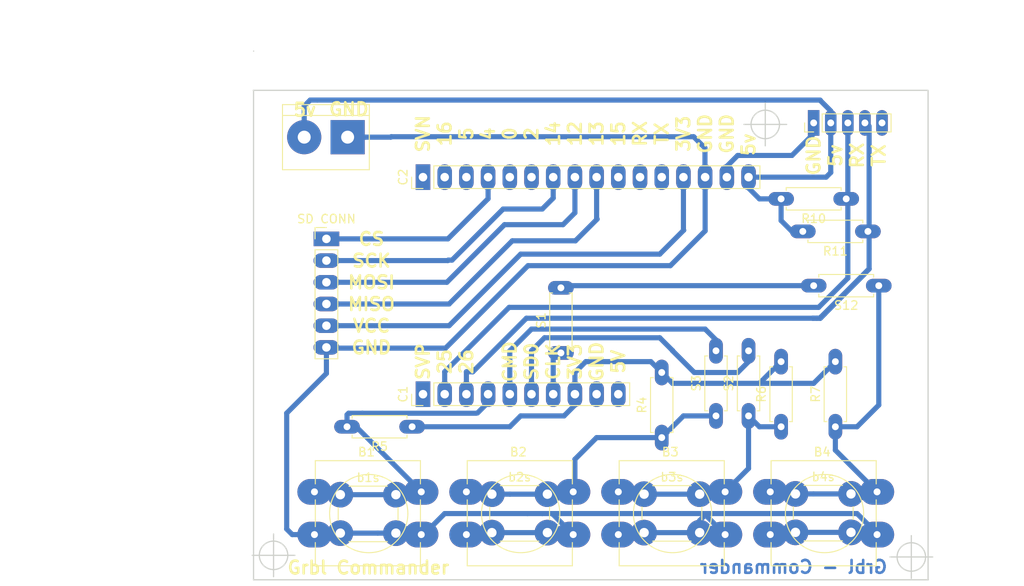
<source format=kicad_pcb>
(kicad_pcb (version 4) (host pcbnew 4.0.7)

  (general
    (links 0)
    (no_connects 0)
    (area 38.12848 35.617076 161.78 103.732001)
    (thickness 1.6)
    (drawings 74)
    (tracks 200)
    (zones 0)
    (modules 23)
    (nets 1)
  )

  (page A4)
  (title_block
    (title "Grbl Commander")
    (date 2018-01-28)
    (rev "Version 8")
  )

  (layers
    (0 F.Cu signal)
    (31 B.Cu signal)
    (32 B.Adhes user hide)
    (33 F.Adhes user hide)
    (34 B.Paste user hide)
    (35 F.Paste user)
    (36 B.SilkS user)
    (37 F.SilkS user)
    (38 B.Mask user)
    (39 F.Mask user hide)
    (40 Dwgs.User user)
    (41 Cmts.User user hide)
    (42 Eco1.User user hide)
    (43 Eco2.User user hide)
    (44 Edge.Cuts user)
    (45 Margin user hide)
    (46 B.CrtYd user hide)
    (47 F.CrtYd user hide)
    (48 B.Fab user hide)
    (49 F.Fab user)
  )

  (setup
    (last_trace_width 0.6)
    (trace_clearance 0.2)
    (zone_clearance 0.508)
    (zone_45_only no)
    (trace_min 0.2)
    (segment_width 0.2)
    (edge_width 0.15)
    (via_size 0.6)
    (via_drill 0.4)
    (via_min_size 0.4)
    (via_min_drill 0.3)
    (uvia_size 0.3)
    (uvia_drill 0.1)
    (uvias_allowed no)
    (uvia_min_size 0.2)
    (uvia_min_drill 0.1)
    (pcb_text_width 0.3)
    (pcb_text_size 1.5 1.5)
    (mod_edge_width 0.15)
    (mod_text_size 1 1)
    (mod_text_width 0.15)
    (pad_size 3 1.6)
    (pad_drill 0.8)
    (pad_to_mask_clearance 0.2)
    (aux_axis_origin 60.96 44.45)
    (visible_elements 7FFFFFFF)
    (pcbplotparams
      (layerselection 0x013f0_80000001)
      (usegerberextensions false)
      (excludeedgelayer true)
      (linewidth 0.100000)
      (plotframeref false)
      (viasonmask false)
      (mode 1)
      (useauxorigin false)
      (hpglpennumber 1)
      (hpglpenspeed 20)
      (hpglpendiameter 15)
      (hpglpenoverlay 2)
      (psnegative false)
      (psa4output false)
      (plotreference true)
      (plotvalue true)
      (plotinvisibletext false)
      (padsonsilk true)
      (subtractmaskfromsilk false)
      (outputformat 1)
      (mirror false)
      (drillshape 0)
      (scaleselection 1)
      (outputdirectory ./GRLB_Commander_V9))
  )

  (net 0 "")

  (net_class Default "Ceci est la Netclass par défaut"
    (clearance 0.2)
    (trace_width 0.6)
    (via_dia 0.6)
    (via_drill 0.4)
    (uvia_dia 0.3)
    (uvia_drill 0.1)
  )

  (module Buttons_Switches_THT:SW_PUSH_6mm (layer F.Cu) (tedit 5A6DF836) (tstamp 5A6A58AE)
    (at 131.22 92.95)
    (descr https://www.omron.com/ecb/products/pdf/en-b3f.pdf)
    (tags "tact sw push 6mm")
    (fp_text reference b4s (at 3.25 -2) (layer F.SilkS)
      (effects (font (size 1 1) (thickness 0.15)))
    )
    (fp_text value "" (at 3.75 6.7) (layer F.Fab)
      (effects (font (size 1 1) (thickness 0.15)))
    )
    (fp_text user %R (at 3.49 7.05) (layer F.Fab)
      (effects (font (size 1 1) (thickness 0.15)))
    )
    (fp_line (start 3.25 -0.75) (end 6.25 -0.75) (layer F.Fab) (width 0.1))
    (fp_line (start 6.25 -0.75) (end 6.25 5.25) (layer F.Fab) (width 0.1))
    (fp_line (start 6.25 5.25) (end 0.25 5.25) (layer F.Fab) (width 0.1))
    (fp_line (start 0.25 5.25) (end 0.25 -0.75) (layer F.Fab) (width 0.1))
    (fp_line (start 0.25 -0.75) (end 3.25 -0.75) (layer F.Fab) (width 0.1))
    (fp_line (start 7.75 6) (end 8 6) (layer F.CrtYd) (width 0.05))
    (fp_line (start 8 6) (end 8 5.75) (layer F.CrtYd) (width 0.05))
    (fp_line (start 7.75 -1.5) (end 8 -1.5) (layer F.CrtYd) (width 0.05))
    (fp_line (start 8 -1.5) (end 8 -1.25) (layer F.CrtYd) (width 0.05))
    (fp_line (start -1.5 -1.25) (end -1.5 -1.5) (layer F.CrtYd) (width 0.05))
    (fp_line (start -1.5 -1.5) (end -1.25 -1.5) (layer F.CrtYd) (width 0.05))
    (fp_line (start -1.5 5.75) (end -1.5 6) (layer F.CrtYd) (width 0.05))
    (fp_line (start -1.5 6) (end -1.25 6) (layer F.CrtYd) (width 0.05))
    (fp_line (start -1.25 -1.5) (end 7.75 -1.5) (layer F.CrtYd) (width 0.05))
    (fp_line (start -1.5 5.75) (end -1.5 -1.25) (layer F.CrtYd) (width 0.05))
    (fp_line (start 7.75 6) (end -1.25 6) (layer F.CrtYd) (width 0.05))
    (fp_line (start 8 -1.25) (end 8 5.75) (layer F.CrtYd) (width 0.05))
    (fp_line (start 1 5.5) (end 5.5 5.5) (layer F.SilkS) (width 0.12))
    (fp_line (start -0.25 1.5) (end -0.25 3) (layer F.SilkS) (width 0.12))
    (fp_line (start 5.5 -1) (end 1 -1) (layer F.SilkS) (width 0.12))
    (fp_line (start 6.75 3) (end 6.75 1.5) (layer F.SilkS) (width 0.12))
    (fp_circle (center 3.25 2.25) (end 1.25 2.5) (layer F.Fab) (width 0.1))
    (pad 2 thru_hole circle (at 0 4.5 90) (size 3 3) (drill 1.1) (layers *.Cu *.Mask))
    (pad 1 thru_hole circle (at 0 0 90) (size 3 3) (drill 1.1) (layers *.Cu *.Mask))
    (pad 2 thru_hole circle (at 6.5 4.5 90) (size 3 3) (drill 1.1) (layers *.Cu *.Mask))
    (pad 1 thru_hole circle (at 6.5 0 90) (size 3 3) (drill 1.1) (layers *.Cu *.Mask))
    (model ${KISYS3DMOD}/Buttons_Switches_THT.3dshapes/SW_PUSH_6mm.wrl
      (at (xyz 0.005 0 0))
      (scale (xyz 0.3937 0.3937 0.3937))
      (rotate (xyz 0 0 0))
    )
  )

  (module Buttons_Switches_THT:SW_PUSH_6mm (layer F.Cu) (tedit 5A6DF81B) (tstamp 5A6A5890)
    (at 113.51 92.98)
    (descr https://www.omron.com/ecb/products/pdf/en-b3f.pdf)
    (tags "tact sw push 6mm")
    (fp_text reference b3s (at 3.25 -2) (layer F.SilkS)
      (effects (font (size 1 1) (thickness 0.15)))
    )
    (fp_text value "" (at 3.75 6.7) (layer F.Fab)
      (effects (font (size 1 1) (thickness 0.15)))
    )
    (fp_text user %R (at 3.52 7.12) (layer F.Fab)
      (effects (font (size 1 1) (thickness 0.15)))
    )
    (fp_line (start 3.25 -0.75) (end 6.25 -0.75) (layer F.Fab) (width 0.1))
    (fp_line (start 6.25 -0.75) (end 6.25 5.25) (layer F.Fab) (width 0.1))
    (fp_line (start 6.25 5.25) (end 0.25 5.25) (layer F.Fab) (width 0.1))
    (fp_line (start 0.25 5.25) (end 0.25 -0.75) (layer F.Fab) (width 0.1))
    (fp_line (start 0.25 -0.75) (end 3.25 -0.75) (layer F.Fab) (width 0.1))
    (fp_line (start 7.75 6) (end 8 6) (layer F.CrtYd) (width 0.05))
    (fp_line (start 8 6) (end 8 5.75) (layer F.CrtYd) (width 0.05))
    (fp_line (start 7.75 -1.5) (end 8 -1.5) (layer F.CrtYd) (width 0.05))
    (fp_line (start 8 -1.5) (end 8 -1.25) (layer F.CrtYd) (width 0.05))
    (fp_line (start -1.5 -1.25) (end -1.5 -1.5) (layer F.CrtYd) (width 0.05))
    (fp_line (start -1.5 -1.5) (end -1.25 -1.5) (layer F.CrtYd) (width 0.05))
    (fp_line (start -1.5 5.75) (end -1.5 6) (layer F.CrtYd) (width 0.05))
    (fp_line (start -1.5 6) (end -1.25 6) (layer F.CrtYd) (width 0.05))
    (fp_line (start -1.25 -1.5) (end 7.75 -1.5) (layer F.CrtYd) (width 0.05))
    (fp_line (start -1.5 5.75) (end -1.5 -1.25) (layer F.CrtYd) (width 0.05))
    (fp_line (start 7.75 6) (end -1.25 6) (layer F.CrtYd) (width 0.05))
    (fp_line (start 8 -1.25) (end 8 5.75) (layer F.CrtYd) (width 0.05))
    (fp_line (start 1 5.5) (end 5.5 5.5) (layer F.SilkS) (width 0.12))
    (fp_line (start -0.25 1.5) (end -0.25 3) (layer F.SilkS) (width 0.12))
    (fp_line (start 5.5 -1) (end 1 -1) (layer F.SilkS) (width 0.12))
    (fp_line (start 6.75 3) (end 6.75 1.5) (layer F.SilkS) (width 0.12))
    (fp_circle (center 3.25 2.25) (end 1.25 2.5) (layer F.Fab) (width 0.1))
    (pad 2 thru_hole circle (at 0 4.5 90) (size 3 3) (drill 1.1) (layers *.Cu *.Mask))
    (pad 1 thru_hole circle (at 0 0 90) (size 3 3) (drill 1.1) (layers *.Cu *.Mask))
    (pad 2 thru_hole circle (at 6.5 4.5 90) (size 3 3) (drill 1.1) (layers *.Cu *.Mask))
    (pad 1 thru_hole circle (at 6.5 0 90) (size 3 3) (drill 1.1) (layers *.Cu *.Mask))
    (model ${KISYS3DMOD}/Buttons_Switches_THT.3dshapes/SW_PUSH_6mm.wrl
      (at (xyz 0.005 0 0))
      (scale (xyz 0.3937 0.3937 0.3937))
      (rotate (xyz 0 0 0))
    )
  )

  (module Buttons_Switches_THT:SW_PUSH_6mm (layer F.Cu) (tedit 5A6DF814) (tstamp 5A6A5872)
    (at 95.69 92.98)
    (descr https://www.omron.com/ecb/products/pdf/en-b3f.pdf)
    (tags "tact sw push 6mm")
    (fp_text reference b2s (at 3.25 -2) (layer F.SilkS)
      (effects (font (size 1 1) (thickness 0.15)))
    )
    (fp_text value "" (at 3.75 6.7) (layer F.Fab)
      (effects (font (size 1 1) (thickness 0.15)))
    )
    (fp_text user %R (at 3.39 7.12) (layer F.Fab)
      (effects (font (size 1 1) (thickness 0.15)))
    )
    (fp_line (start 3.25 -0.75) (end 6.25 -0.75) (layer F.Fab) (width 0.1))
    (fp_line (start 6.25 -0.75) (end 6.25 5.25) (layer F.Fab) (width 0.1))
    (fp_line (start 6.25 5.25) (end 0.25 5.25) (layer F.Fab) (width 0.1))
    (fp_line (start 0.25 5.25) (end 0.25 -0.75) (layer F.Fab) (width 0.1))
    (fp_line (start 0.25 -0.75) (end 3.25 -0.75) (layer F.Fab) (width 0.1))
    (fp_line (start 7.75 6) (end 8 6) (layer F.CrtYd) (width 0.05))
    (fp_line (start 8 6) (end 8 5.75) (layer F.CrtYd) (width 0.05))
    (fp_line (start 7.75 -1.5) (end 8 -1.5) (layer F.CrtYd) (width 0.05))
    (fp_line (start 8 -1.5) (end 8 -1.25) (layer F.CrtYd) (width 0.05))
    (fp_line (start -1.5 -1.25) (end -1.5 -1.5) (layer F.CrtYd) (width 0.05))
    (fp_line (start -1.5 -1.5) (end -1.25 -1.5) (layer F.CrtYd) (width 0.05))
    (fp_line (start -1.5 5.75) (end -1.5 6) (layer F.CrtYd) (width 0.05))
    (fp_line (start -1.5 6) (end -1.25 6) (layer F.CrtYd) (width 0.05))
    (fp_line (start -1.25 -1.5) (end 7.75 -1.5) (layer F.CrtYd) (width 0.05))
    (fp_line (start -1.5 5.75) (end -1.5 -1.25) (layer F.CrtYd) (width 0.05))
    (fp_line (start 7.75 6) (end -1.25 6) (layer F.CrtYd) (width 0.05))
    (fp_line (start 8 -1.25) (end 8 5.75) (layer F.CrtYd) (width 0.05))
    (fp_line (start 1 5.5) (end 5.5 5.5) (layer F.SilkS) (width 0.12))
    (fp_line (start -0.25 1.5) (end -0.25 3) (layer F.SilkS) (width 0.12))
    (fp_line (start 5.5 -1) (end 1 -1) (layer F.SilkS) (width 0.12))
    (fp_line (start 6.75 3) (end 6.75 1.5) (layer F.SilkS) (width 0.12))
    (fp_circle (center 3.25 2.25) (end 1.25 2.5) (layer F.Fab) (width 0.1))
    (pad 2 thru_hole circle (at 0 4.5 90) (size 3 3) (drill 1.1) (layers *.Cu *.Mask))
    (pad 1 thru_hole circle (at 0 0 90) (size 3 3) (drill 1.1) (layers *.Cu *.Mask))
    (pad 2 thru_hole circle (at 6.5 4.5 90) (size 3 3) (drill 1.1) (layers *.Cu *.Mask))
    (pad 1 thru_hole circle (at 6.5 0 90) (size 3 3) (drill 1.1) (layers *.Cu *.Mask))
    (model ${KISYS3DMOD}/Buttons_Switches_THT.3dshapes/SW_PUSH_6mm.wrl
      (at (xyz 0.005 0 0))
      (scale (xyz 0.3937 0.3937 0.3937))
      (rotate (xyz 0 0 0))
    )
  )

  (module Resistors_THT:R_Axial_DIN0207_L6.3mm_D2.5mm_P7.62mm_Horizontal (layer F.Cu) (tedit 5A6DF7A0) (tstamp 5A5E5E5A)
    (at 140.97 68.58 180)
    (descr "Resistor, Axial_DIN0207 series, Axial, Horizontal, pin pitch=7.62mm, 0.25W = 1/4W, length*diameter=6.3*2.5mm^2, http://cdn-reichelt.de/documents/datenblatt/B400/1_4W%23YAG.pdf")
    (tags "Resistor Axial_DIN0207 series Axial Horizontal pin pitch 7.62mm 0.25W = 1/4W length 6.3mm diameter 2.5mm")
    (fp_text reference S12 (at 3.81 -2.31 180) (layer F.SilkS)
      (effects (font (size 1 1) (thickness 0.15)))
    )
    (fp_text value 0k (at 3.91 0.01 180) (layer F.Fab)
      (effects (font (size 1 1) (thickness 0.15)))
    )
    (fp_line (start 0.66 -1.25) (end 0.66 1.25) (layer F.Fab) (width 0.1))
    (fp_line (start 0.66 1.25) (end 6.96 1.25) (layer F.Fab) (width 0.1))
    (fp_line (start 6.96 1.25) (end 6.96 -1.25) (layer F.Fab) (width 0.1))
    (fp_line (start 6.96 -1.25) (end 0.66 -1.25) (layer F.Fab) (width 0.1))
    (fp_line (start 0 0) (end 0.66 0) (layer F.Fab) (width 0.1))
    (fp_line (start 7.62 0) (end 6.96 0) (layer F.Fab) (width 0.1))
    (fp_line (start 0.6 -0.98) (end 0.6 -1.31) (layer F.SilkS) (width 0.12))
    (fp_line (start 0.6 -1.31) (end 7.02 -1.31) (layer F.SilkS) (width 0.12))
    (fp_line (start 7.02 -1.31) (end 7.02 -0.98) (layer F.SilkS) (width 0.12))
    (fp_line (start 0.6 0.98) (end 0.6 1.31) (layer F.SilkS) (width 0.12))
    (fp_line (start 0.6 1.31) (end 7.02 1.31) (layer F.SilkS) (width 0.12))
    (fp_line (start 7.02 1.31) (end 7.02 0.98) (layer F.SilkS) (width 0.12))
    (fp_line (start -1.05 -1.6) (end -1.05 1.6) (layer F.CrtYd) (width 0.05))
    (fp_line (start -1.05 1.6) (end 8.7 1.6) (layer F.CrtYd) (width 0.05))
    (fp_line (start 8.7 1.6) (end 8.7 -1.6) (layer F.CrtYd) (width 0.05))
    (fp_line (start 8.7 -1.6) (end -1.05 -1.6) (layer F.CrtYd) (width 0.05))
    (pad 1 thru_hole oval (at 0 0 180) (size 3 1.6) (drill 0.8) (layers *.Cu *.Mask))
    (pad 2 thru_hole oval (at 7.62 0 180) (size 3 1.6) (drill 0.8) (layers *.Cu *.Mask))
    (model ${KISYS3DMOD}/Resistors_THT.3dshapes/R_Axial_DIN0207_L6.3mm_D2.5mm_P7.62mm_Horizontal.wrl
      (at (xyz 0 0 0))
      (scale (xyz 0.393701 0.393701 0.393701))
      (rotate (xyz 0 0 0))
    )
  )

  (module Buttons_Switches_THT:SW_PUSH-12mm (layer F.Cu) (tedit 5A6CF52A) (tstamp 5A5E5C65)
    (at 128.27 92.71)
    (descr "SW PUSH 12mm https://www.e-switch.com/system/asset/product_line/data_sheet/143/TL1100.pdf")
    (tags "tact sw push 12mm")
    (fp_text reference B4 (at 6.08 -4.66) (layer F.SilkS)
      (effects (font (size 1 1) (thickness 0.15)))
    )
    (fp_text value "" (at 6.62 9.93) (layer F.Fab)
      (effects (font (size 1 1) (thickness 0.15)))
    )
    (fp_line (start 0.25 8.5) (end 12.25 8.5) (layer F.Fab) (width 0.1))
    (fp_line (start 0.25 -3.5) (end 12.25 -3.5) (layer F.Fab) (width 0.1))
    (fp_line (start 12.25 -3.5) (end 12.25 8.5) (layer F.Fab) (width 0.1))
    (fp_text user %R (at 6.35 2.54) (layer F.Fab)
      (effects (font (size 1 1) (thickness 0.15)))
    )
    (fp_line (start 0.1 -3.65) (end 12.4 -3.65) (layer F.SilkS) (width 0.12))
    (fp_line (start 12.4 0.93) (end 12.4 4.07) (layer F.SilkS) (width 0.12))
    (fp_line (start 12.4 8.65) (end 0.1 8.65) (layer F.SilkS) (width 0.12))
    (fp_line (start 0.1 -0.93) (end 0.1 -3.65) (layer F.SilkS) (width 0.12))
    (fp_line (start -1.77 -3.75) (end 14.25 -3.75) (layer F.CrtYd) (width 0.05))
    (fp_line (start -1.77 -3.75) (end -1.77 8.75) (layer F.CrtYd) (width 0.05))
    (fp_line (start 14.25 8.75) (end 14.25 -3.75) (layer F.CrtYd) (width 0.05))
    (fp_line (start 14.25 8.75) (end -1.77 8.75) (layer F.CrtYd) (width 0.05))
    (fp_circle (center 6.35 2.54) (end 10.16 5.08) (layer F.SilkS) (width 0.12))
    (fp_line (start 0.25 -3.5) (end 0.25 8.5) (layer F.Fab) (width 0.1))
    (fp_line (start 0.1 8.65) (end 0.1 5.93) (layer F.SilkS) (width 0.12))
    (fp_line (start 0.1 4.07) (end 0.1 0.93) (layer F.SilkS) (width 0.12))
    (fp_line (start 12.4 5.93) (end 12.4 8.65) (layer F.SilkS) (width 0.12))
    (fp_line (start 12.4 -3.65) (end 12.4 -0.93) (layer F.SilkS) (width 0.12))
    (pad 1 thru_hole oval (at 12.5 0) (size 4 3) (drill 0.8128) (layers *.Cu *.Mask))
    (pad 2 thru_hole oval (at 12.5 5) (size 4 3) (drill 0.8128) (layers *.Cu *.Mask))
    (pad 1 thru_hole oval (at 0 0) (size 4 3) (drill 0.8128) (layers *.Cu *.Mask))
    (pad 2 thru_hole oval (at 0 5) (size 4 3) (drill 0.8128) (layers *.Cu *.Mask))
    (model ${KISYS3DMOD}/Buttons_Switches_THT.3dshapes/SW_PUSH-12mm.wrl
      (at (xyz 0.248 -0.1 0))
      (scale (xyz 3.93701 3.93701 3.93701))
      (rotate (xyz 0 0 0))
    )
  )

  (module Buttons_Switches_THT:SW_PUSH-12mm (layer F.Cu) (tedit 5A6CF552) (tstamp 5A5E5C4B)
    (at 110.49 92.71)
    (descr "SW PUSH 12mm https://www.e-switch.com/system/asset/product_line/data_sheet/143/TL1100.pdf")
    (tags "tact sw push 12mm")
    (fp_text reference B3 (at 6.08 -4.66) (layer F.SilkS)
      (effects (font (size 1 1) (thickness 0.15)))
    )
    (fp_text value "" (at 6.62 9.93) (layer F.Fab)
      (effects (font (size 1 1) (thickness 0.15)))
    )
    (fp_line (start 0.25 8.5) (end 12.25 8.5) (layer F.Fab) (width 0.1))
    (fp_line (start 0.25 -3.5) (end 12.25 -3.5) (layer F.Fab) (width 0.1))
    (fp_line (start 12.25 -3.5) (end 12.25 8.5) (layer F.Fab) (width 0.1))
    (fp_text user %R (at 6.35 2.54) (layer F.Fab)
      (effects (font (size 1 1) (thickness 0.15)))
    )
    (fp_line (start 0.1 -3.65) (end 12.4 -3.65) (layer F.SilkS) (width 0.12))
    (fp_line (start 12.4 0.93) (end 12.4 4.07) (layer F.SilkS) (width 0.12))
    (fp_line (start 12.4 8.65) (end 0.1 8.65) (layer F.SilkS) (width 0.12))
    (fp_line (start 0.1 -0.93) (end 0.1 -3.65) (layer F.SilkS) (width 0.12))
    (fp_line (start -1.77 -3.75) (end 14.25 -3.75) (layer F.CrtYd) (width 0.05))
    (fp_line (start -1.77 -3.75) (end -1.77 8.75) (layer F.CrtYd) (width 0.05))
    (fp_line (start 14.25 8.75) (end 14.25 -3.75) (layer F.CrtYd) (width 0.05))
    (fp_line (start 14.25 8.75) (end -1.77 8.75) (layer F.CrtYd) (width 0.05))
    (fp_circle (center 6.35 2.54) (end 10.16 5.08) (layer F.SilkS) (width 0.12))
    (fp_line (start 0.25 -3.5) (end 0.25 8.5) (layer F.Fab) (width 0.1))
    (fp_line (start 0.1 8.65) (end 0.1 5.93) (layer F.SilkS) (width 0.12))
    (fp_line (start 0.1 4.07) (end 0.1 0.93) (layer F.SilkS) (width 0.12))
    (fp_line (start 12.4 5.93) (end 12.4 8.65) (layer F.SilkS) (width 0.12))
    (fp_line (start 12.4 -3.65) (end 12.4 -0.93) (layer F.SilkS) (width 0.12))
    (pad 1 thru_hole oval (at 12.5 0) (size 4 3) (drill 0.8128) (layers *.Cu *.Mask))
    (pad 2 thru_hole oval (at 12.5 5) (size 4 3) (drill 0.8128) (layers *.Cu *.Mask))
    (pad 1 thru_hole oval (at 0 0) (size 4 3) (drill 0.8128) (layers *.Cu *.Mask))
    (pad 2 thru_hole oval (at 0 5) (size 4 3) (drill 0.8128) (layers *.Cu *.Mask))
    (model ${KISYS3DMOD}/Buttons_Switches_THT.3dshapes/SW_PUSH-12mm.wrl
      (at (xyz 0.248 -0.1 0))
      (scale (xyz 3.93701 3.93701 3.93701))
      (rotate (xyz 0 0 0))
    )
  )

  (module Buttons_Switches_THT:SW_PUSH-12mm (layer F.Cu) (tedit 5A6CF577) (tstamp 5A5E5C31)
    (at 92.71 92.71)
    (descr "SW PUSH 12mm https://www.e-switch.com/system/asset/product_line/data_sheet/143/TL1100.pdf")
    (tags "tact sw push 12mm")
    (fp_text reference B2 (at 6.08 -4.66) (layer F.SilkS)
      (effects (font (size 1 1) (thickness 0.15)))
    )
    (fp_text value "" (at 6.62 9.93) (layer F.Fab)
      (effects (font (size 1 1) (thickness 0.15)))
    )
    (fp_line (start 0.25 8.5) (end 12.25 8.5) (layer F.Fab) (width 0.1))
    (fp_line (start 0.25 -3.5) (end 12.25 -3.5) (layer F.Fab) (width 0.1))
    (fp_line (start 12.25 -3.5) (end 12.25 8.5) (layer F.Fab) (width 0.1))
    (fp_text user %R (at 6.35 2.54) (layer F.Fab)
      (effects (font (size 1 1) (thickness 0.15)))
    )
    (fp_line (start 0.1 -3.65) (end 12.4 -3.65) (layer F.SilkS) (width 0.12))
    (fp_line (start 12.4 0.93) (end 12.4 4.07) (layer F.SilkS) (width 0.12))
    (fp_line (start 12.4 8.65) (end 0.1 8.65) (layer F.SilkS) (width 0.12))
    (fp_line (start 0.1 -0.93) (end 0.1 -3.65) (layer F.SilkS) (width 0.12))
    (fp_line (start -1.77 -3.75) (end 14.25 -3.75) (layer F.CrtYd) (width 0.05))
    (fp_line (start -1.77 -3.75) (end -1.77 8.75) (layer F.CrtYd) (width 0.05))
    (fp_line (start 14.25 8.75) (end 14.25 -3.75) (layer F.CrtYd) (width 0.05))
    (fp_line (start 14.25 8.75) (end -1.77 8.75) (layer F.CrtYd) (width 0.05))
    (fp_circle (center 6.35 2.54) (end 10.16 5.08) (layer F.SilkS) (width 0.12))
    (fp_line (start 0.25 -3.5) (end 0.25 8.5) (layer F.Fab) (width 0.1))
    (fp_line (start 0.1 8.65) (end 0.1 5.93) (layer F.SilkS) (width 0.12))
    (fp_line (start 0.1 4.07) (end 0.1 0.93) (layer F.SilkS) (width 0.12))
    (fp_line (start 12.4 5.93) (end 12.4 8.65) (layer F.SilkS) (width 0.12))
    (fp_line (start 12.4 -3.65) (end 12.4 -0.93) (layer F.SilkS) (width 0.12))
    (pad 1 thru_hole oval (at 12.5 0) (size 4 3) (drill 0.8128) (layers *.Cu *.Mask))
    (pad 2 thru_hole oval (at 12.5 5) (size 4 3) (drill 0.8128) (layers *.Cu *.Mask))
    (pad 1 thru_hole oval (at 0 0) (size 4 3) (drill 0.8128) (layers *.Cu *.Mask))
    (pad 2 thru_hole oval (at 0 5) (size 4 3) (drill 0.8128) (layers *.Cu *.Mask))
    (model ${KISYS3DMOD}/Buttons_Switches_THT.3dshapes/SW_PUSH-12mm.wrl
      (at (xyz 0.248 -0.1 0))
      (scale (xyz 3.93701 3.93701 3.93701))
      (rotate (xyz 0 0 0))
    )
  )

  (module Resistors_THT:R_Axial_DIN0207_L6.3mm_D2.5mm_P7.62mm_Horizontal (layer F.Cu) (tedit 5A6DF793) (tstamp 5A5E54D8)
    (at 139.7 62.23 180)
    (descr "Resistor, Axial_DIN0207 series, Axial, Horizontal, pin pitch=7.62mm, 0.25W = 1/4W, length*diameter=6.3*2.5mm^2, http://cdn-reichelt.de/documents/datenblatt/B400/1_4W%23YAG.pdf")
    (tags "Resistor Axial_DIN0207 series Axial Horizontal pin pitch 7.62mm 0.25W = 1/4W length 6.3mm diameter 2.5mm")
    (fp_text reference R11 (at 3.81 -2.31 180) (layer F.SilkS)
      (effects (font (size 1 1) (thickness 0.15)))
    )
    (fp_text value 10k (at 3.66 0.05 180) (layer F.Fab)
      (effects (font (size 1 1) (thickness 0.15)))
    )
    (fp_line (start 0.66 -1.25) (end 0.66 1.25) (layer F.Fab) (width 0.1))
    (fp_line (start 0.66 1.25) (end 6.96 1.25) (layer F.Fab) (width 0.1))
    (fp_line (start 6.96 1.25) (end 6.96 -1.25) (layer F.Fab) (width 0.1))
    (fp_line (start 6.96 -1.25) (end 0.66 -1.25) (layer F.Fab) (width 0.1))
    (fp_line (start 0 0) (end 0.66 0) (layer F.Fab) (width 0.1))
    (fp_line (start 7.62 0) (end 6.96 0) (layer F.Fab) (width 0.1))
    (fp_line (start 0.6 -0.98) (end 0.6 -1.31) (layer F.SilkS) (width 0.12))
    (fp_line (start 0.6 -1.31) (end 7.02 -1.31) (layer F.SilkS) (width 0.12))
    (fp_line (start 7.02 -1.31) (end 7.02 -0.98) (layer F.SilkS) (width 0.12))
    (fp_line (start 0.6 0.98) (end 0.6 1.31) (layer F.SilkS) (width 0.12))
    (fp_line (start 0.6 1.31) (end 7.02 1.31) (layer F.SilkS) (width 0.12))
    (fp_line (start 7.02 1.31) (end 7.02 0.98) (layer F.SilkS) (width 0.12))
    (fp_line (start -1.05 -1.6) (end -1.05 1.6) (layer F.CrtYd) (width 0.05))
    (fp_line (start -1.05 1.6) (end 8.7 1.6) (layer F.CrtYd) (width 0.05))
    (fp_line (start 8.7 1.6) (end 8.7 -1.6) (layer F.CrtYd) (width 0.05))
    (fp_line (start 8.7 -1.6) (end -1.05 -1.6) (layer F.CrtYd) (width 0.05))
    (pad 1 thru_hole oval (at 0 0 180) (size 3 1.6) (drill 0.8) (layers *.Cu *.Mask))
    (pad 2 thru_hole oval (at 7.62 0 180) (size 3 1.6) (drill 0.8) (layers *.Cu *.Mask))
    (model ${KISYS3DMOD}/Resistors_THT.3dshapes/R_Axial_DIN0207_L6.3mm_D2.5mm_P7.62mm_Horizontal.wrl
      (at (xyz 0 0 0))
      (scale (xyz 0.393701 0.393701 0.393701))
      (rotate (xyz 0 0 0))
    )
  )

  (module Resistors_THT:R_Axial_DIN0207_L6.3mm_D2.5mm_P7.62mm_Horizontal (layer F.Cu) (tedit 5A6DF78C) (tstamp 5A5E54C3)
    (at 137.16 58.42 180)
    (descr "Resistor, Axial_DIN0207 series, Axial, Horizontal, pin pitch=7.62mm, 0.25W = 1/4W, length*diameter=6.3*2.5mm^2, http://cdn-reichelt.de/documents/datenblatt/B400/1_4W%23YAG.pdf")
    (tags "Resistor Axial_DIN0207 series Axial Horizontal pin pitch 7.62mm 0.25W = 1/4W length 6.3mm diameter 2.5mm")
    (fp_text reference R10 (at 3.81 -2.31 180) (layer F.SilkS)
      (effects (font (size 1 1) (thickness 0.15)))
    )
    (fp_text value 10k (at 3.87 0.08 180) (layer F.Fab)
      (effects (font (size 1 1) (thickness 0.15)))
    )
    (fp_line (start 0.66 -1.25) (end 0.66 1.25) (layer F.Fab) (width 0.1))
    (fp_line (start 0.66 1.25) (end 6.96 1.25) (layer F.Fab) (width 0.1))
    (fp_line (start 6.96 1.25) (end 6.96 -1.25) (layer F.Fab) (width 0.1))
    (fp_line (start 6.96 -1.25) (end 0.66 -1.25) (layer F.Fab) (width 0.1))
    (fp_line (start 0 0) (end 0.66 0) (layer F.Fab) (width 0.1))
    (fp_line (start 7.62 0) (end 6.96 0) (layer F.Fab) (width 0.1))
    (fp_line (start 0.6 -0.98) (end 0.6 -1.31) (layer F.SilkS) (width 0.12))
    (fp_line (start 0.6 -1.31) (end 7.02 -1.31) (layer F.SilkS) (width 0.12))
    (fp_line (start 7.02 -1.31) (end 7.02 -0.98) (layer F.SilkS) (width 0.12))
    (fp_line (start 0.6 0.98) (end 0.6 1.31) (layer F.SilkS) (width 0.12))
    (fp_line (start 0.6 1.31) (end 7.02 1.31) (layer F.SilkS) (width 0.12))
    (fp_line (start 7.02 1.31) (end 7.02 0.98) (layer F.SilkS) (width 0.12))
    (fp_line (start -1.05 -1.6) (end -1.05 1.6) (layer F.CrtYd) (width 0.05))
    (fp_line (start -1.05 1.6) (end 8.7 1.6) (layer F.CrtYd) (width 0.05))
    (fp_line (start 8.7 1.6) (end 8.7 -1.6) (layer F.CrtYd) (width 0.05))
    (fp_line (start 8.7 -1.6) (end -1.05 -1.6) (layer F.CrtYd) (width 0.05))
    (pad 1 thru_hole oval (at 0 0 180) (size 3 1.6) (drill 0.8) (layers *.Cu *.Mask))
    (pad 2 thru_hole oval (at 7.62 0 180) (size 3 1.6) (drill 0.8) (layers *.Cu *.Mask))
    (model ${KISYS3DMOD}/Resistors_THT.3dshapes/R_Axial_DIN0207_L6.3mm_D2.5mm_P7.62mm_Horizontal.wrl
      (at (xyz 0 0 0))
      (scale (xyz 0.393701 0.393701 0.393701))
      (rotate (xyz 0 0 0))
    )
  )

  (module Resistors_THT:R_Axial_DIN0207_L6.3mm_D2.5mm_P7.62mm_Horizontal (layer F.Cu) (tedit 5A6DF7AB) (tstamp 5A5E4DD4)
    (at 103.77 76.45 90)
    (descr "Resistor, Axial_DIN0207 series, Axial, Horizontal, pin pitch=7.62mm, 0.25W = 1/4W, length*diameter=6.3*2.5mm^2, http://cdn-reichelt.de/documents/datenblatt/B400/1_4W%23YAG.pdf")
    (tags "Resistor Axial_DIN0207 series Axial Horizontal pin pitch 7.62mm 0.25W = 1/4W length 6.3mm diameter 2.5mm")
    (fp_text reference S1 (at 3.81 -2.31 90) (layer F.SilkS)
      (effects (font (size 1 1) (thickness 0.15)))
    )
    (fp_text value 0k (at 3.9 0.03 90) (layer F.Fab)
      (effects (font (size 1 1) (thickness 0.15)))
    )
    (fp_line (start 0.66 -1.25) (end 0.66 1.25) (layer F.Fab) (width 0.1))
    (fp_line (start 0.66 1.25) (end 6.96 1.25) (layer F.Fab) (width 0.1))
    (fp_line (start 6.96 1.25) (end 6.96 -1.25) (layer F.Fab) (width 0.1))
    (fp_line (start 6.96 -1.25) (end 0.66 -1.25) (layer F.Fab) (width 0.1))
    (fp_line (start 0 0) (end 0.66 0) (layer F.Fab) (width 0.1))
    (fp_line (start 7.62 0) (end 6.96 0) (layer F.Fab) (width 0.1))
    (fp_line (start 0.6 -0.98) (end 0.6 -1.31) (layer F.SilkS) (width 0.12))
    (fp_line (start 0.6 -1.31) (end 7.02 -1.31) (layer F.SilkS) (width 0.12))
    (fp_line (start 7.02 -1.31) (end 7.02 -0.98) (layer F.SilkS) (width 0.12))
    (fp_line (start 0.6 0.98) (end 0.6 1.31) (layer F.SilkS) (width 0.12))
    (fp_line (start 0.6 1.31) (end 7.02 1.31) (layer F.SilkS) (width 0.12))
    (fp_line (start 7.02 1.31) (end 7.02 0.98) (layer F.SilkS) (width 0.12))
    (fp_line (start -1.05 -1.6) (end -1.05 1.6) (layer F.CrtYd) (width 0.05))
    (fp_line (start -1.05 1.6) (end 8.7 1.6) (layer F.CrtYd) (width 0.05))
    (fp_line (start 8.7 1.6) (end 8.7 -1.6) (layer F.CrtYd) (width 0.05))
    (fp_line (start 8.7 -1.6) (end -1.05 -1.6) (layer F.CrtYd) (width 0.05))
    (pad 1 thru_hole oval (at 0 0 90) (size 1.6 3) (drill 0.8) (layers *.Cu *.Mask))
    (pad 2 thru_hole oval (at 7.62 0 90) (size 1.6 3) (drill 0.8) (layers *.Cu *.Mask))
    (model ${KISYS3DMOD}/Resistors_THT.3dshapes/R_Axial_DIN0207_L6.3mm_D2.5mm_P7.62mm_Horizontal.wrl
      (at (xyz 0 0 0))
      (scale (xyz 0.393701 0.393701 0.393701))
      (rotate (xyz 0 0 0))
    )
  )

  (module Resistors_THT:R_Axial_DIN0207_L6.3mm_D2.5mm_P7.62mm_Horizontal (layer F.Cu) (tedit 5A6DF7DB) (tstamp 5A5E4C5B)
    (at 135.89 85.09 90)
    (descr "Resistor, Axial_DIN0207 series, Axial, Horizontal, pin pitch=7.62mm, 0.25W = 1/4W, length*diameter=6.3*2.5mm^2, http://cdn-reichelt.de/documents/datenblatt/B400/1_4W%23YAG.pdf")
    (tags "Resistor Axial_DIN0207 series Axial Horizontal pin pitch 7.62mm 0.25W = 1/4W length 6.3mm diameter 2.5mm")
    (fp_text reference R7 (at 3.81 -2.31 90) (layer F.SilkS)
      (effects (font (size 1 1) (thickness 0.15)))
    )
    (fp_text value 10k (at 3.84 0.07 90) (layer F.Fab)
      (effects (font (size 1 1) (thickness 0.15)))
    )
    (fp_line (start 0.66 -1.25) (end 0.66 1.25) (layer F.Fab) (width 0.1))
    (fp_line (start 0.66 1.25) (end 6.96 1.25) (layer F.Fab) (width 0.1))
    (fp_line (start 6.96 1.25) (end 6.96 -1.25) (layer F.Fab) (width 0.1))
    (fp_line (start 6.96 -1.25) (end 0.66 -1.25) (layer F.Fab) (width 0.1))
    (fp_line (start 0 0) (end 0.66 0) (layer F.Fab) (width 0.1))
    (fp_line (start 7.62 0) (end 6.96 0) (layer F.Fab) (width 0.1))
    (fp_line (start 0.6 -0.98) (end 0.6 -1.31) (layer F.SilkS) (width 0.12))
    (fp_line (start 0.6 -1.31) (end 7.02 -1.31) (layer F.SilkS) (width 0.12))
    (fp_line (start 7.02 -1.31) (end 7.02 -0.98) (layer F.SilkS) (width 0.12))
    (fp_line (start 0.6 0.98) (end 0.6 1.31) (layer F.SilkS) (width 0.12))
    (fp_line (start 0.6 1.31) (end 7.02 1.31) (layer F.SilkS) (width 0.12))
    (fp_line (start 7.02 1.31) (end 7.02 0.98) (layer F.SilkS) (width 0.12))
    (fp_line (start -1.05 -1.6) (end -1.05 1.6) (layer F.CrtYd) (width 0.05))
    (fp_line (start -1.05 1.6) (end 8.7 1.6) (layer F.CrtYd) (width 0.05))
    (fp_line (start 8.7 1.6) (end 8.7 -1.6) (layer F.CrtYd) (width 0.05))
    (fp_line (start 8.7 -1.6) (end -1.05 -1.6) (layer F.CrtYd) (width 0.05))
    (pad 1 thru_hole oval (at 0 0 90) (size 3 1.6) (drill 0.8) (layers *.Cu *.Mask))
    (pad 2 thru_hole oval (at 7.62 0 90) (size 3 1.6) (drill 0.8) (layers *.Cu *.Mask))
    (model ${KISYS3DMOD}/Resistors_THT.3dshapes/R_Axial_DIN0207_L6.3mm_D2.5mm_P7.62mm_Horizontal.wrl
      (at (xyz 0 0 0))
      (scale (xyz 0.393701 0.393701 0.393701))
      (rotate (xyz 0 0 0))
    )
  )

  (module Socket_Strips:Socket_Strip_Straight_1x05_Pitch2.00mm (layer F.Cu) (tedit 5A6CFE2A) (tstamp 5A5296AC)
    (at 133.35 49.53 90)
    (descr "Through hole straight socket strip, 1x05, 2.00mm pitch, single row")
    (tags "Through hole socket strip THT 1x05 2.00mm single row")
    (fp_text reference "" (at 0 -2.06 90) (layer F.SilkS)
      (effects (font (size 1 1) (thickness 0.15)))
    )
    (fp_text value EXT1 (at 0 10.06 90) (layer F.Fab)
      (effects (font (size 1 1) (thickness 0.15)))
    )
    (fp_line (start -1 -1) (end -1 9) (layer F.Fab) (width 0.1))
    (fp_line (start -1 9) (end 1 9) (layer F.Fab) (width 0.1))
    (fp_line (start 1 9) (end 1 -1) (layer F.Fab) (width 0.1))
    (fp_line (start 1 -1) (end -1 -1) (layer F.Fab) (width 0.1))
    (fp_line (start -1.06 1) (end -1.06 9.06) (layer F.SilkS) (width 0.12))
    (fp_line (start -1.06 9.06) (end 1.06 9.06) (layer F.SilkS) (width 0.12))
    (fp_line (start 1.06 9.06) (end 1.06 1) (layer F.SilkS) (width 0.12))
    (fp_line (start 1.06 1) (end -1.06 1) (layer F.SilkS) (width 0.12))
    (fp_line (start -1.06 0) (end -1.06 -1.06) (layer F.SilkS) (width 0.12))
    (fp_line (start -1.06 -1.06) (end 0 -1.06) (layer F.SilkS) (width 0.12))
    (fp_line (start -1.5 -1.5) (end -1.5 9.5) (layer F.CrtYd) (width 0.05))
    (fp_line (start -1.5 9.5) (end 1.5 9.5) (layer F.CrtYd) (width 0.05))
    (fp_line (start 1.5 9.5) (end 1.5 -1.5) (layer F.CrtYd) (width 0.05))
    (fp_line (start 1.5 -1.5) (end -1.5 -1.5) (layer F.CrtYd) (width 0.05))
    (fp_text user %R (at 0 -2.06 90) (layer F.Fab)
      (effects (font (size 1 1) (thickness 0.15)))
    )
    (pad 1 thru_hole rect (at 0 0 90) (size 3 1.35) (drill 0.8) (layers *.Cu *.Mask))
    (pad 2 thru_hole oval (at 0 2 90) (size 3 1.35) (drill 0.8) (layers *.Cu *.Mask))
    (pad 3 thru_hole oval (at 0 4 90) (size 3 1.35) (drill 0.8) (layers *.Cu *.Mask))
    (pad 4 thru_hole oval (at 0 6 90) (size 3 1.35) (drill 0.8) (layers *.Cu *.Mask))
    (pad 5 thru_hole oval (at 0 8 90) (size 3 1.35) (drill 0.8) (layers *.Cu *.Mask))
    (model ${KISYS3DMOD}/Socket_Strips.3dshapes/Socket_Strip_Straight_1x05_Pitch2.00mm.wrl
      (at (xyz 0 0 0))
      (scale (xyz 1 1 1))
      (rotate (xyz 0 0 0))
    )
  )

  (module Resistors_THT:R_Axial_DIN0207_L6.3mm_D2.5mm_P7.62mm_Horizontal (layer F.Cu) (tedit 5A6DF7C4) (tstamp 5A5529E6)
    (at 125.73 83.82 90)
    (descr "Resistor, Axial_DIN0207 series, Axial, Horizontal, pin pitch=7.62mm, 0.25W = 1/4W, length*diameter=6.3*2.5mm^2, http://cdn-reichelt.de/documents/datenblatt/B400/1_4W%23YAG.pdf")
    (tags "Resistor Axial_DIN0207 series Axial Horizontal pin pitch 7.62mm 0.25W = 1/4W length 6.3mm diameter 2.5mm")
    (fp_text reference S2 (at 3.81 -2.31 90) (layer F.SilkS)
      (effects (font (size 1 1) (thickness 0.15)))
    )
    (fp_text value 0k (at 3.81 0.07 90) (layer F.Fab)
      (effects (font (size 1 1) (thickness 0.15)))
    )
    (fp_line (start 0.66 -1.25) (end 0.66 1.25) (layer F.Fab) (width 0.1))
    (fp_line (start 0.66 1.25) (end 6.96 1.25) (layer F.Fab) (width 0.1))
    (fp_line (start 6.96 1.25) (end 6.96 -1.25) (layer F.Fab) (width 0.1))
    (fp_line (start 6.96 -1.25) (end 0.66 -1.25) (layer F.Fab) (width 0.1))
    (fp_line (start 0 0) (end 0.66 0) (layer F.Fab) (width 0.1))
    (fp_line (start 7.62 0) (end 6.96 0) (layer F.Fab) (width 0.1))
    (fp_line (start 0.6 -0.98) (end 0.6 -1.31) (layer F.SilkS) (width 0.12))
    (fp_line (start 0.6 -1.31) (end 7.02 -1.31) (layer F.SilkS) (width 0.12))
    (fp_line (start 7.02 -1.31) (end 7.02 -0.98) (layer F.SilkS) (width 0.12))
    (fp_line (start 0.6 0.98) (end 0.6 1.31) (layer F.SilkS) (width 0.12))
    (fp_line (start 0.6 1.31) (end 7.02 1.31) (layer F.SilkS) (width 0.12))
    (fp_line (start 7.02 1.31) (end 7.02 0.98) (layer F.SilkS) (width 0.12))
    (fp_line (start -1.05 -1.6) (end -1.05 1.6) (layer F.CrtYd) (width 0.05))
    (fp_line (start -1.05 1.6) (end 8.7 1.6) (layer F.CrtYd) (width 0.05))
    (fp_line (start 8.7 1.6) (end 8.7 -1.6) (layer F.CrtYd) (width 0.05))
    (fp_line (start 8.7 -1.6) (end -1.05 -1.6) (layer F.CrtYd) (width 0.05))
    (pad 1 thru_hole oval (at 0 0 90) (size 3 1.6) (drill 0.8) (layers *.Cu *.Mask))
    (pad 2 thru_hole oval (at 7.62 0 90) (size 3 1.6) (drill 0.8) (layers *.Cu *.Mask))
    (model ${KISYS3DMOD}/Resistors_THT.3dshapes/R_Axial_DIN0207_L6.3mm_D2.5mm_P7.62mm_Horizontal.wrl
      (at (xyz 0 0 0))
      (scale (xyz 0.393701 0.393701 0.393701))
      (rotate (xyz 0 0 0))
    )
  )

  (module Resistors_THT:R_Axial_DIN0207_L6.3mm_D2.5mm_P7.62mm_Horizontal (layer F.Cu) (tedit 5A6DF7B8) (tstamp 5A5529D0)
    (at 121.92 83.82 90)
    (descr "Resistor, Axial_DIN0207 series, Axial, Horizontal, pin pitch=7.62mm, 0.25W = 1/4W, length*diameter=6.3*2.5mm^2, http://cdn-reichelt.de/documents/datenblatt/B400/1_4W%23YAG.pdf")
    (tags "Resistor Axial_DIN0207 series Axial Horizontal pin pitch 7.62mm 0.25W = 1/4W length 6.3mm diameter 2.5mm")
    (fp_text reference S3 (at 3.81 -2.31 90) (layer F.SilkS)
      (effects (font (size 1 1) (thickness 0.15)))
    )
    (fp_text value 0k (at 3.85 0.16 90) (layer F.Fab)
      (effects (font (size 1 1) (thickness 0.15)))
    )
    (fp_line (start 0.66 -1.25) (end 0.66 1.25) (layer F.Fab) (width 0.1))
    (fp_line (start 0.66 1.25) (end 6.96 1.25) (layer F.Fab) (width 0.1))
    (fp_line (start 6.96 1.25) (end 6.96 -1.25) (layer F.Fab) (width 0.1))
    (fp_line (start 6.96 -1.25) (end 0.66 -1.25) (layer F.Fab) (width 0.1))
    (fp_line (start 0 0) (end 0.66 0) (layer F.Fab) (width 0.1))
    (fp_line (start 7.62 0) (end 6.96 0) (layer F.Fab) (width 0.1))
    (fp_line (start 0.6 -0.98) (end 0.6 -1.31) (layer F.SilkS) (width 0.12))
    (fp_line (start 0.6 -1.31) (end 7.02 -1.31) (layer F.SilkS) (width 0.12))
    (fp_line (start 7.02 -1.31) (end 7.02 -0.98) (layer F.SilkS) (width 0.12))
    (fp_line (start 0.6 0.98) (end 0.6 1.31) (layer F.SilkS) (width 0.12))
    (fp_line (start 0.6 1.31) (end 7.02 1.31) (layer F.SilkS) (width 0.12))
    (fp_line (start 7.02 1.31) (end 7.02 0.98) (layer F.SilkS) (width 0.12))
    (fp_line (start -1.05 -1.6) (end -1.05 1.6) (layer F.CrtYd) (width 0.05))
    (fp_line (start -1.05 1.6) (end 8.7 1.6) (layer F.CrtYd) (width 0.05))
    (fp_line (start 8.7 1.6) (end 8.7 -1.6) (layer F.CrtYd) (width 0.05))
    (fp_line (start 8.7 -1.6) (end -1.05 -1.6) (layer F.CrtYd) (width 0.05))
    (pad 1 thru_hole oval (at 0 0 90) (size 3 1.6) (drill 0.8) (layers *.Cu *.Mask))
    (pad 2 thru_hole oval (at 7.62 0 90) (size 3 1.6) (drill 0.8) (layers *.Cu *.Mask))
    (model ${KISYS3DMOD}/Resistors_THT.3dshapes/R_Axial_DIN0207_L6.3mm_D2.5mm_P7.62mm_Horizontal.wrl
      (at (xyz 0 0 0))
      (scale (xyz 0.393701 0.393701 0.393701))
      (rotate (xyz 0 0 0))
    )
  )

  (module Resistors_THT:R_Axial_DIN0207_L6.3mm_D2.5mm_P7.62mm_Horizontal (layer F.Cu) (tedit 5A6CF5DF) (tstamp 5A5528DD)
    (at 86.36 85.09 180)
    (descr "Resistor, Axial_DIN0207 series, Axial, Horizontal, pin pitch=7.62mm, 0.25W = 1/4W, length*diameter=6.3*2.5mm^2, http://cdn-reichelt.de/documents/datenblatt/B400/1_4W%23YAG.pdf")
    (tags "Resistor Axial_DIN0207 series Axial Horizontal pin pitch 7.62mm 0.25W = 1/4W length 6.3mm diameter 2.5mm")
    (fp_text reference R5 (at 3.81 -2.31 180) (layer F.SilkS)
      (effects (font (size 1 1) (thickness 0.15)))
    )
    (fp_text value 10k (at 3.76 0 180) (layer F.Fab)
      (effects (font (size 1 1) (thickness 0.15)))
    )
    (fp_line (start 0.66 -1.25) (end 0.66 1.25) (layer F.Fab) (width 0.1))
    (fp_line (start 0.66 1.25) (end 6.96 1.25) (layer F.Fab) (width 0.1))
    (fp_line (start 6.96 1.25) (end 6.96 -1.25) (layer F.Fab) (width 0.1))
    (fp_line (start 6.96 -1.25) (end 0.66 -1.25) (layer F.Fab) (width 0.1))
    (fp_line (start 0 0) (end 0.66 0) (layer F.Fab) (width 0.1))
    (fp_line (start 7.62 0) (end 6.96 0) (layer F.Fab) (width 0.1))
    (fp_line (start 0.6 -0.98) (end 0.6 -1.31) (layer F.SilkS) (width 0.12))
    (fp_line (start 0.6 -1.31) (end 7.02 -1.31) (layer F.SilkS) (width 0.12))
    (fp_line (start 7.02 -1.31) (end 7.02 -0.98) (layer F.SilkS) (width 0.12))
    (fp_line (start 0.6 0.98) (end 0.6 1.31) (layer F.SilkS) (width 0.12))
    (fp_line (start 0.6 1.31) (end 7.02 1.31) (layer F.SilkS) (width 0.12))
    (fp_line (start 7.02 1.31) (end 7.02 0.98) (layer F.SilkS) (width 0.12))
    (fp_line (start -1.05 -1.6) (end -1.05 1.6) (layer F.CrtYd) (width 0.05))
    (fp_line (start -1.05 1.6) (end 8.7 1.6) (layer F.CrtYd) (width 0.05))
    (fp_line (start 8.7 1.6) (end 8.7 -1.6) (layer F.CrtYd) (width 0.05))
    (fp_line (start 8.7 -1.6) (end -1.05 -1.6) (layer F.CrtYd) (width 0.05))
    (pad 1 thru_hole oval (at 0 0 180) (size 3 1.6) (drill 0.8) (layers *.Cu *.Mask))
    (pad 2 thru_hole oval (at 7.62 0 180) (size 3 1.6) (drill 0.8) (layers *.Cu *.Mask))
    (model ${KISYS3DMOD}/Resistors_THT.3dshapes/R_Axial_DIN0207_L6.3mm_D2.5mm_P7.62mm_Horizontal.wrl
      (at (xyz 0 0 0))
      (scale (xyz 0.393701 0.393701 0.393701))
      (rotate (xyz 0 0 0))
    )
  )

  (module Resistors_THT:R_Axial_DIN0207_L6.3mm_D2.5mm_P7.62mm_Horizontal (layer F.Cu) (tedit 5A6DF7D3) (tstamp 5A552881)
    (at 129.54 85.09 90)
    (descr "Resistor, Axial_DIN0207 series, Axial, Horizontal, pin pitch=7.62mm, 0.25W = 1/4W, length*diameter=6.3*2.5mm^2, http://cdn-reichelt.de/documents/datenblatt/B400/1_4W%23YAG.pdf")
    (tags "Resistor Axial_DIN0207 series Axial Horizontal pin pitch 7.62mm 0.25W = 1/4W length 6.3mm diameter 2.5mm")
    (fp_text reference R6 (at 3.81 -2.31 90) (layer F.SilkS)
      (effects (font (size 1 1) (thickness 0.15)))
    )
    (fp_text value 10k (at 3.91 -0.05 90) (layer F.Fab)
      (effects (font (size 1 1) (thickness 0.15)))
    )
    (fp_line (start 0.66 -1.25) (end 0.66 1.25) (layer F.Fab) (width 0.1))
    (fp_line (start 0.66 1.25) (end 6.96 1.25) (layer F.Fab) (width 0.1))
    (fp_line (start 6.96 1.25) (end 6.96 -1.25) (layer F.Fab) (width 0.1))
    (fp_line (start 6.96 -1.25) (end 0.66 -1.25) (layer F.Fab) (width 0.1))
    (fp_line (start 0 0) (end 0.66 0) (layer F.Fab) (width 0.1))
    (fp_line (start 7.62 0) (end 6.96 0) (layer F.Fab) (width 0.1))
    (fp_line (start 0.6 -0.98) (end 0.6 -1.31) (layer F.SilkS) (width 0.12))
    (fp_line (start 0.6 -1.31) (end 7.02 -1.31) (layer F.SilkS) (width 0.12))
    (fp_line (start 7.02 -1.31) (end 7.02 -0.98) (layer F.SilkS) (width 0.12))
    (fp_line (start 0.6 0.98) (end 0.6 1.31) (layer F.SilkS) (width 0.12))
    (fp_line (start 0.6 1.31) (end 7.02 1.31) (layer F.SilkS) (width 0.12))
    (fp_line (start 7.02 1.31) (end 7.02 0.98) (layer F.SilkS) (width 0.12))
    (fp_line (start -1.05 -1.6) (end -1.05 1.6) (layer F.CrtYd) (width 0.05))
    (fp_line (start -1.05 1.6) (end 8.7 1.6) (layer F.CrtYd) (width 0.05))
    (fp_line (start 8.7 1.6) (end 8.7 -1.6) (layer F.CrtYd) (width 0.05))
    (fp_line (start 8.7 -1.6) (end -1.05 -1.6) (layer F.CrtYd) (width 0.05))
    (pad 1 thru_hole oval (at 0 0 90) (size 3 1.6) (drill 0.8) (layers *.Cu *.Mask))
    (pad 2 thru_hole oval (at 7.62 0 90) (size 3 1.6) (drill 0.8) (layers *.Cu *.Mask))
    (model ${KISYS3DMOD}/Resistors_THT.3dshapes/R_Axial_DIN0207_L6.3mm_D2.5mm_P7.62mm_Horizontal.wrl
      (at (xyz 0 0 0))
      (scale (xyz 0.393701 0.393701 0.393701))
      (rotate (xyz 0 0 0))
    )
  )

  (module Socket_Strips:Socket_Strip_Straight_1x16_Pitch2.54mm (layer F.Cu) (tedit 5A6CF3FF) (tstamp 5A52924F)
    (at 87.63 55.88 90)
    (descr "Through hole straight socket strip, 1x16, 2.54mm pitch, single row")
    (tags "Through hole socket strip THT 1x16 2.54mm single row")
    (fp_text reference C2 (at 0 -2.33 90) (layer F.SilkS)
      (effects (font (size 1 1) (thickness 0.15)))
    )
    (fp_text value "" (at 0 40.43 90) (layer F.Fab)
      (effects (font (size 1 1) (thickness 0.15)))
    )
    (fp_line (start -1.27 -1.27) (end -1.27 39.37) (layer F.Fab) (width 0.1))
    (fp_line (start -1.27 39.37) (end 1.27 39.37) (layer F.Fab) (width 0.1))
    (fp_line (start 1.27 39.37) (end 1.27 -1.27) (layer F.Fab) (width 0.1))
    (fp_line (start 1.27 -1.27) (end -1.27 -1.27) (layer F.Fab) (width 0.1))
    (fp_line (start -1.33 1.27) (end -1.33 39.43) (layer F.SilkS) (width 0.12))
    (fp_line (start -1.33 39.43) (end 1.33 39.43) (layer F.SilkS) (width 0.12))
    (fp_line (start 1.33 39.43) (end 1.33 1.27) (layer F.SilkS) (width 0.12))
    (fp_line (start 1.33 1.27) (end -1.33 1.27) (layer F.SilkS) (width 0.12))
    (fp_line (start -1.33 0) (end -1.33 -1.33) (layer F.SilkS) (width 0.12))
    (fp_line (start -1.33 -1.33) (end 0 -1.33) (layer F.SilkS) (width 0.12))
    (fp_line (start -1.8 -1.8) (end -1.8 39.9) (layer F.CrtYd) (width 0.05))
    (fp_line (start -1.8 39.9) (end 1.8 39.9) (layer F.CrtYd) (width 0.05))
    (fp_line (start 1.8 39.9) (end 1.8 -1.8) (layer F.CrtYd) (width 0.05))
    (fp_line (start 1.8 -1.8) (end -1.8 -1.8) (layer F.CrtYd) (width 0.05))
    (fp_text user %R (at 0 -2.33 90) (layer F.Fab)
      (effects (font (size 1 1) (thickness 0.15)))
    )
    (pad 1 thru_hole rect (at 0 0 90) (size 3 1.7) (drill 1) (layers *.Cu *.Mask))
    (pad 2 thru_hole oval (at 0 2.54 90) (size 3 1.7) (drill 1) (layers *.Cu *.Mask))
    (pad 3 thru_hole oval (at 0 5.08 90) (size 3 1.7) (drill 1) (layers *.Cu *.Mask))
    (pad 4 thru_hole oval (at 0 7.62 90) (size 3 1.7) (drill 1) (layers *.Cu *.Mask))
    (pad 5 thru_hole oval (at 0 10.16 90) (size 3 1.7) (drill 1) (layers *.Cu *.Mask))
    (pad 6 thru_hole oval (at 0 12.7 90) (size 3 1.7) (drill 1) (layers *.Cu *.Mask))
    (pad 7 thru_hole oval (at 0 15.24 90) (size 3 1.7) (drill 1) (layers *.Cu *.Mask))
    (pad 8 thru_hole oval (at 0 17.78 90) (size 3 1.7) (drill 1) (layers *.Cu *.Mask))
    (pad 9 thru_hole oval (at 0 20.32 90) (size 3 1.7) (drill 1) (layers *.Cu *.Mask))
    (pad 10 thru_hole oval (at 0 22.86 90) (size 3 1.7) (drill 1) (layers *.Cu *.Mask))
    (pad 11 thru_hole oval (at 0 25.4 90) (size 3 1.7) (drill 1) (layers *.Cu *.Mask))
    (pad 12 thru_hole oval (at 0 27.94 90) (size 3 1.7) (drill 1) (layers *.Cu *.Mask))
    (pad 13 thru_hole oval (at 0 30.48 90) (size 3 1.7) (drill 1) (layers *.Cu *.Mask))
    (pad 14 thru_hole oval (at 0 33.02 90) (size 3 1.7) (drill 1) (layers *.Cu *.Mask))
    (pad 15 thru_hole oval (at 0 35.56 90) (size 3 1.7) (drill 1) (layers *.Cu *.Mask))
    (pad 16 thru_hole oval (at 0 38.1 90) (size 3 1.7) (drill 1) (layers *.Cu *.Mask))
    (model ${KISYS3DMOD}/Socket_Strips.3dshapes/Socket_Strip_Straight_1x16_Pitch2.54mm.wrl
      (at (xyz 0 -0.75 0))
      (scale (xyz 1 1 1))
      (rotate (xyz 0 0 270))
    )
  )

  (module Socket_Strips:Socket_Strip_Straight_1x10_Pitch2.54mm (layer F.Cu) (tedit 5A6CF492) (tstamp 5A529272)
    (at 87.63 81.28 90)
    (descr "Through hole straight socket strip, 1x10, 2.54mm pitch, single row")
    (tags "Through hole socket strip THT 1x10 2.54mm single row")
    (fp_text reference C1 (at 0 -2.33 90) (layer F.SilkS)
      (effects (font (size 1 1) (thickness 0.15)))
    )
    (fp_text value "" (at 0 25.19 90) (layer F.Fab)
      (effects (font (size 1 1) (thickness 0.15)))
    )
    (fp_line (start -1.27 -1.27) (end -1.27 24.13) (layer F.Fab) (width 0.1))
    (fp_line (start -1.27 24.13) (end 1.27 24.13) (layer F.Fab) (width 0.1))
    (fp_line (start 1.27 24.13) (end 1.27 -1.27) (layer F.Fab) (width 0.1))
    (fp_line (start 1.27 -1.27) (end -1.27 -1.27) (layer F.Fab) (width 0.1))
    (fp_line (start -1.33 1.27) (end -1.33 24.19) (layer F.SilkS) (width 0.12))
    (fp_line (start -1.33 24.19) (end 1.33 24.19) (layer F.SilkS) (width 0.12))
    (fp_line (start 1.33 24.19) (end 1.33 1.27) (layer F.SilkS) (width 0.12))
    (fp_line (start 1.33 1.27) (end -1.33 1.27) (layer F.SilkS) (width 0.12))
    (fp_line (start -1.33 0) (end -1.33 -1.33) (layer F.SilkS) (width 0.12))
    (fp_line (start -1.33 -1.33) (end 0 -1.33) (layer F.SilkS) (width 0.12))
    (fp_line (start -1.8 -1.8) (end -1.8 24.65) (layer F.CrtYd) (width 0.05))
    (fp_line (start -1.8 24.65) (end 1.8 24.65) (layer F.CrtYd) (width 0.05))
    (fp_line (start 1.8 24.65) (end 1.8 -1.8) (layer F.CrtYd) (width 0.05))
    (fp_line (start 1.8 -1.8) (end -1.8 -1.8) (layer F.CrtYd) (width 0.05))
    (fp_text user %R (at 0 -2.33 90) (layer F.Fab)
      (effects (font (size 1 1) (thickness 0.15)))
    )
    (pad 1 thru_hole rect (at 0 0 90) (size 3 1.7) (drill 1) (layers *.Cu *.Mask))
    (pad 2 thru_hole oval (at 0 2.54 90) (size 3 1.7) (drill 1) (layers *.Cu *.Mask))
    (pad 3 thru_hole oval (at 0 5.08 90) (size 3 1.7) (drill 1) (layers *.Cu *.Mask))
    (pad 4 thru_hole oval (at 0 7.62 90) (size 3 1.7) (drill 1) (layers *.Cu *.Mask))
    (pad 5 thru_hole oval (at 0 10.16 90) (size 3 1.7) (drill 1) (layers *.Cu *.Mask))
    (pad 6 thru_hole oval (at 0 12.7 90) (size 3 1.7) (drill 1) (layers *.Cu *.Mask))
    (pad 7 thru_hole oval (at 0 15.24 90) (size 3 1.7) (drill 1) (layers *.Cu *.Mask))
    (pad 8 thru_hole oval (at 0 17.78 90) (size 3 1.7) (drill 1) (layers *.Cu *.Mask))
    (pad 9 thru_hole oval (at 0 20.32 90) (size 3 1.7) (drill 1) (layers *.Cu *.Mask))
    (pad 10 thru_hole oval (at 0 22.86 90) (size 3 1.7) (drill 1) (layers *.Cu *.Mask))
    (model ${KISYS3DMOD}/Socket_Strips.3dshapes/Socket_Strip_Straight_1x10_Pitch2.54mm.wrl
      (at (xyz 0 -0.45 0))
      (scale (xyz 1 1 1))
      (rotate (xyz 0 0 270))
    )
  )

  (module Socket_Strips:Socket_Strip_Straight_1x06_Pitch2.54mm (layer F.Cu) (tedit 5A6D93C4) (tstamp 5A552288)
    (at 76.328481 63.103547)
    (descr "Through hole straight socket strip, 1x06, 2.54mm pitch, single row")
    (tags "Through hole socket strip THT 1x06 2.54mm single row")
    (fp_text reference "SD CONN" (at 0 -2.33) (layer F.SilkS)
      (effects (font (size 1 1) (thickness 0.15)))
    )
    (fp_text value "" (at 0 15.03) (layer F.Fab)
      (effects (font (size 1 1) (thickness 0.15)))
    )
    (fp_line (start -1.27 -1.27) (end -1.27 13.97) (layer F.Fab) (width 0.1))
    (fp_line (start -1.27 13.97) (end 1.27 13.97) (layer F.Fab) (width 0.1))
    (fp_line (start 1.27 13.97) (end 1.27 -1.27) (layer F.Fab) (width 0.1))
    (fp_line (start 1.27 -1.27) (end -1.27 -1.27) (layer F.Fab) (width 0.1))
    (fp_line (start -1.33 1.27) (end -1.33 14.03) (layer F.SilkS) (width 0.12))
    (fp_line (start -1.33 14.03) (end 1.33 14.03) (layer F.SilkS) (width 0.12))
    (fp_line (start 1.33 14.03) (end 1.33 1.27) (layer F.SilkS) (width 0.12))
    (fp_line (start 1.33 1.27) (end -1.33 1.27) (layer F.SilkS) (width 0.12))
    (fp_line (start -1.33 0) (end -1.33 -1.33) (layer F.SilkS) (width 0.12))
    (fp_line (start -1.33 -1.33) (end 0 -1.33) (layer F.SilkS) (width 0.12))
    (fp_line (start -1.8 -1.8) (end -1.8 14.5) (layer F.CrtYd) (width 0.05))
    (fp_line (start -1.8 14.5) (end 1.8 14.5) (layer F.CrtYd) (width 0.05))
    (fp_line (start 1.8 14.5) (end 1.8 -1.8) (layer F.CrtYd) (width 0.05))
    (fp_line (start 1.8 -1.8) (end -1.8 -1.8) (layer F.CrtYd) (width 0.05))
    (fp_text user %R (at 0 -2.33) (layer F.Fab)
      (effects (font (size 1 1) (thickness 0.15)))
    )
    (pad 1 thru_hole rect (at 0 0) (size 3 1.7) (drill 1) (layers *.Cu *.Mask))
    (pad 2 thru_hole oval (at 0 2.54) (size 3 1.7) (drill 1) (layers *.Cu *.Mask))
    (pad 3 thru_hole oval (at 0 5.08) (size 3 1.7) (drill 1) (layers *.Cu *.Mask))
    (pad 4 thru_hole oval (at 0 7.62) (size 3 1.7) (drill 1) (layers *.Cu *.Mask))
    (pad 5 thru_hole oval (at 0 10.16) (size 3 1.7) (drill 1) (layers *.Cu *.Mask))
    (pad 6 thru_hole oval (at 0 12.7) (size 3 1.7) (drill 1) (layers *.Cu *.Mask))
    (model ${KISYS3DMOD}/Socket_Strips.3dshapes/Socket_Strip_Straight_1x06_Pitch2.54mm.wrl
      (at (xyz 0 -0.25 0))
      (scale (xyz 1 1 1))
      (rotate (xyz 0 0 270))
    )
  )

  (module Resistors_THT:R_Axial_DIN0207_L6.3mm_D2.5mm_P7.62mm_Horizontal (layer F.Cu) (tedit 5A6CF5F3) (tstamp 5A552852)
    (at 115.57 86.36 90)
    (descr "Resistor, Axial_DIN0207 series, Axial, Horizontal, pin pitch=7.62mm, 0.25W = 1/4W, length*diameter=6.3*2.5mm^2, http://cdn-reichelt.de/documents/datenblatt/B400/1_4W%23YAG.pdf")
    (tags "Resistor Axial_DIN0207 series Axial Horizontal pin pitch 7.62mm 0.25W = 1/4W length 6.3mm diameter 2.5mm")
    (fp_text reference R4 (at 3.81 -2.31 90) (layer F.SilkS)
      (effects (font (size 1 1) (thickness 0.15)))
    )
    (fp_text value 10k (at 3.9 0.04 90) (layer F.Fab)
      (effects (font (size 1 1) (thickness 0.15)))
    )
    (fp_line (start 0.66 -1.25) (end 0.66 1.25) (layer F.Fab) (width 0.1))
    (fp_line (start 0.66 1.25) (end 6.96 1.25) (layer F.Fab) (width 0.1))
    (fp_line (start 6.96 1.25) (end 6.96 -1.25) (layer F.Fab) (width 0.1))
    (fp_line (start 6.96 -1.25) (end 0.66 -1.25) (layer F.Fab) (width 0.1))
    (fp_line (start 0 0) (end 0.66 0) (layer F.Fab) (width 0.1))
    (fp_line (start 7.62 0) (end 6.96 0) (layer F.Fab) (width 0.1))
    (fp_line (start 0.6 -0.98) (end 0.6 -1.31) (layer F.SilkS) (width 0.12))
    (fp_line (start 0.6 -1.31) (end 7.02 -1.31) (layer F.SilkS) (width 0.12))
    (fp_line (start 7.02 -1.31) (end 7.02 -0.98) (layer F.SilkS) (width 0.12))
    (fp_line (start 0.6 0.98) (end 0.6 1.31) (layer F.SilkS) (width 0.12))
    (fp_line (start 0.6 1.31) (end 7.02 1.31) (layer F.SilkS) (width 0.12))
    (fp_line (start 7.02 1.31) (end 7.02 0.98) (layer F.SilkS) (width 0.12))
    (fp_line (start -1.05 -1.6) (end -1.05 1.6) (layer F.CrtYd) (width 0.05))
    (fp_line (start -1.05 1.6) (end 8.7 1.6) (layer F.CrtYd) (width 0.05))
    (fp_line (start 8.7 1.6) (end 8.7 -1.6) (layer F.CrtYd) (width 0.05))
    (fp_line (start 8.7 -1.6) (end -1.05 -1.6) (layer F.CrtYd) (width 0.05))
    (pad 1 thru_hole oval (at 0 0 90) (size 3 1.6) (drill 0.8) (layers *.Cu *.Mask))
    (pad 2 thru_hole oval (at 7.62 0 90) (size 3 1.6) (drill 0.8) (layers *.Cu *.Mask))
    (model ${KISYS3DMOD}/Resistors_THT.3dshapes/R_Axial_DIN0207_L6.3mm_D2.5mm_P7.62mm_Horizontal.wrl
      (at (xyz 0 0 0))
      (scale (xyz 0.393701 0.393701 0.393701))
      (rotate (xyz 0 0 0))
    )
  )

  (module Buttons_Switches_THT:SW_PUSH-12mm (layer F.Cu) (tedit 5A6CF59A) (tstamp 5A5E5C16)
    (at 74.93 92.71)
    (descr "SW PUSH 12mm https://www.e-switch.com/system/asset/product_line/data_sheet/143/TL1100.pdf")
    (tags "tact sw push 12mm")
    (fp_text reference B1 (at 6.08 -4.66) (layer F.SilkS)
      (effects (font (size 1 1) (thickness 0.15)))
    )
    (fp_text value "" (at 6.62 9.93) (layer F.Fab)
      (effects (font (size 1 1) (thickness 0.15)))
    )
    (fp_line (start 0.25 8.5) (end 12.25 8.5) (layer F.Fab) (width 0.1))
    (fp_line (start 0.25 -3.5) (end 12.25 -3.5) (layer F.Fab) (width 0.1))
    (fp_line (start 12.25 -3.5) (end 12.25 8.5) (layer F.Fab) (width 0.1))
    (fp_text user %R (at 6.35 2.54) (layer F.Fab)
      (effects (font (size 1 1) (thickness 0.15)))
    )
    (fp_line (start 0.1 -3.65) (end 12.4 -3.65) (layer F.SilkS) (width 0.12))
    (fp_line (start 12.4 0.93) (end 12.4 4.07) (layer F.SilkS) (width 0.12))
    (fp_line (start 12.4 8.65) (end 0.1 8.65) (layer F.SilkS) (width 0.12))
    (fp_line (start 0.1 -0.93) (end 0.1 -3.65) (layer F.SilkS) (width 0.12))
    (fp_line (start -1.77 -3.75) (end 14.25 -3.75) (layer F.CrtYd) (width 0.05))
    (fp_line (start -1.77 -3.75) (end -1.77 8.75) (layer F.CrtYd) (width 0.05))
    (fp_line (start 14.25 8.75) (end 14.25 -3.75) (layer F.CrtYd) (width 0.05))
    (fp_line (start 14.25 8.75) (end -1.77 8.75) (layer F.CrtYd) (width 0.05))
    (fp_circle (center 6.35 2.54) (end 10.16 5.08) (layer F.SilkS) (width 0.12))
    (fp_line (start 0.25 -3.5) (end 0.25 8.5) (layer F.Fab) (width 0.1))
    (fp_line (start 0.1 8.65) (end 0.1 5.93) (layer F.SilkS) (width 0.12))
    (fp_line (start 0.1 4.07) (end 0.1 0.93) (layer F.SilkS) (width 0.12))
    (fp_line (start 12.4 5.93) (end 12.4 8.65) (layer F.SilkS) (width 0.12))
    (fp_line (start 12.4 -3.65) (end 12.4 -0.93) (layer F.SilkS) (width 0.12))
    (pad 1 thru_hole oval (at 12.5 0) (size 4 3) (drill 0.8128) (layers *.Cu *.Mask))
    (pad 2 thru_hole oval (at 12.5 5) (size 4 3) (drill 0.8128) (layers *.Cu *.Mask))
    (pad 1 thru_hole oval (at 0 0) (size 4 3) (drill 0.8128) (layers *.Cu *.Mask))
    (pad 2 thru_hole oval (at 0 5) (size 4 3) (drill 0.8128) (layers *.Cu *.Mask))
    (model ${KISYS3DMOD}/Buttons_Switches_THT.3dshapes/SW_PUSH-12mm.wrl
      (at (xyz 0.248 -0.1 0))
      (scale (xyz 3.93701 3.93701 3.93701))
      (rotate (xyz 0 0 0))
    )
  )

  (module Connectors_Terminal_Blocks:TerminalBlock_bornier-2_P5.08mm (layer F.Cu) (tedit 5A6CFE70) (tstamp 5A64D7AE)
    (at 78.81 51.2 180)
    (descr "simple 2-pin terminal block, pitch 5.08mm, revamped version of bornier2")
    (tags "terminal block bornier2")
    (fp_text reference "" (at 2.54 -5.08 180) (layer F.SilkS)
      (effects (font (size 1 1) (thickness 0.15)))
    )
    (fp_text value BORNIER_ALIM (at 2.2 -5.3 180) (layer F.Fab)
      (effects (font (size 1 1) (thickness 0.15)))
    )
    (fp_text user %R (at 2.54 0 180) (layer F.Fab)
      (effects (font (size 1 1) (thickness 0.15)))
    )
    (fp_line (start -2.41 2.55) (end 7.49 2.55) (layer F.Fab) (width 0.1))
    (fp_line (start -2.46 -3.75) (end -2.46 3.75) (layer F.Fab) (width 0.1))
    (fp_line (start -2.46 3.75) (end 7.54 3.75) (layer F.Fab) (width 0.1))
    (fp_line (start 7.54 3.75) (end 7.54 -3.75) (layer F.Fab) (width 0.1))
    (fp_line (start 7.54 -3.75) (end -2.46 -3.75) (layer F.Fab) (width 0.1))
    (fp_line (start 7.62 2.54) (end -2.54 2.54) (layer F.SilkS) (width 0.12))
    (fp_line (start 7.62 3.81) (end 7.62 -3.81) (layer F.SilkS) (width 0.12))
    (fp_line (start 7.62 -3.81) (end -2.54 -3.81) (layer F.SilkS) (width 0.12))
    (fp_line (start -2.54 -3.81) (end -2.54 3.81) (layer F.SilkS) (width 0.12))
    (fp_line (start -2.54 3.81) (end 7.62 3.81) (layer F.SilkS) (width 0.12))
    (fp_line (start -2.71 -4) (end 7.79 -4) (layer F.CrtYd) (width 0.05))
    (fp_line (start -2.71 -4) (end -2.71 4) (layer F.CrtYd) (width 0.05))
    (fp_line (start 7.79 4) (end 7.79 -4) (layer F.CrtYd) (width 0.05))
    (fp_line (start 7.79 4) (end -2.71 4) (layer F.CrtYd) (width 0.05))
    (pad 1 thru_hole rect (at 0 0 180) (size 4 4) (drill 1.52) (layers *.Cu *.Mask))
    (pad 2 thru_hole circle (at 5.08 0 180) (size 4 4) (drill 1.52) (layers *.Cu *.Mask))
    (model ${KISYS3DMOD}/Terminal_Blocks.3dshapes/TerminalBlock_bornier-2_P5.08mm.wrl
      (at (xyz 0.1 0 0))
      (scale (xyz 1 1 1))
      (rotate (xyz 0 0 0))
    )
  )

  (module Buttons_Switches_THT:SW_PUSH_6mm (layer F.Cu) (tedit 5A6DF821) (tstamp 5A6A580B)
    (at 77.96 93.04)
    (descr https://www.omron.com/ecb/products/pdf/en-b3f.pdf)
    (tags "tact sw push 6mm")
    (fp_text reference b1s (at 3.25 -2) (layer F.SilkS)
      (effects (font (size 1 1) (thickness 0.15)))
    )
    (fp_text value "" (at 3.75 6.7) (layer F.Fab)
      (effects (font (size 1 1) (thickness 0.15)))
    )
    (fp_text user %R (at 3.54 6.9) (layer F.Fab)
      (effects (font (size 1 1) (thickness 0.15)))
    )
    (fp_line (start 3.25 -0.75) (end 6.25 -0.75) (layer F.Fab) (width 0.1))
    (fp_line (start 6.25 -0.75) (end 6.25 5.25) (layer F.Fab) (width 0.1))
    (fp_line (start 6.25 5.25) (end 0.25 5.25) (layer F.Fab) (width 0.1))
    (fp_line (start 0.25 5.25) (end 0.25 -0.75) (layer F.Fab) (width 0.1))
    (fp_line (start 0.25 -0.75) (end 3.25 -0.75) (layer F.Fab) (width 0.1))
    (fp_line (start 7.75 6) (end 8 6) (layer F.CrtYd) (width 0.05))
    (fp_line (start 8 6) (end 8 5.75) (layer F.CrtYd) (width 0.05))
    (fp_line (start 7.75 -1.5) (end 8 -1.5) (layer F.CrtYd) (width 0.05))
    (fp_line (start 8 -1.5) (end 8 -1.25) (layer F.CrtYd) (width 0.05))
    (fp_line (start -1.5 -1.25) (end -1.5 -1.5) (layer F.CrtYd) (width 0.05))
    (fp_line (start -1.5 -1.5) (end -1.25 -1.5) (layer F.CrtYd) (width 0.05))
    (fp_line (start -1.5 5.75) (end -1.5 6) (layer F.CrtYd) (width 0.05))
    (fp_line (start -1.5 6) (end -1.25 6) (layer F.CrtYd) (width 0.05))
    (fp_line (start -1.25 -1.5) (end 7.75 -1.5) (layer F.CrtYd) (width 0.05))
    (fp_line (start -1.5 5.75) (end -1.5 -1.25) (layer F.CrtYd) (width 0.05))
    (fp_line (start 7.75 6) (end -1.25 6) (layer F.CrtYd) (width 0.05))
    (fp_line (start 8 -1.25) (end 8 5.75) (layer F.CrtYd) (width 0.05))
    (fp_line (start 1 5.5) (end 5.5 5.5) (layer F.SilkS) (width 0.12))
    (fp_line (start -0.25 1.5) (end -0.25 3) (layer F.SilkS) (width 0.12))
    (fp_line (start 5.5 -1) (end 1 -1) (layer F.SilkS) (width 0.12))
    (fp_line (start 6.75 3) (end 6.75 1.5) (layer F.SilkS) (width 0.12))
    (fp_circle (center 3.25 2.25) (end 1.25 2.5) (layer F.Fab) (width 0.1))
    (pad 2 thru_hole circle (at 0 4.5 90) (size 3 3) (drill 1.1) (layers *.Cu *.Mask))
    (pad 1 thru_hole circle (at 0 0 90) (size 3 3) (drill 1.1) (layers *.Cu *.Mask))
    (pad 2 thru_hole circle (at 6.5 4.5 90) (size 3 3) (drill 1.1) (layers *.Cu *.Mask))
    (pad 1 thru_hole circle (at 6.5 0 90) (size 3 3) (drill 1.1) (layers *.Cu *.Mask))
    (model ${KISYS3DMOD}/Buttons_Switches_THT.3dshapes/SW_PUSH_6mm.wrl
      (at (xyz 0.005 0 0))
      (scale (xyz 0.3937 0.3937 0.3937))
      (rotate (xyz 0 0 0))
    )
  )

  (dimension 57.37 (width 0.3) (layer Dwgs.User)
    (gr_text "57.370 mm" (at 155.28 74.345 270) (layer Dwgs.User)
      (effects (font (size 1.5 1.5) (thickness 0.3)))
    )
    (feature1 (pts (xy 147.16 103.03) (xy 156.63 103.03)))
    (feature2 (pts (xy 147.16 45.66) (xy 156.63 45.66)))
    (crossbar (pts (xy 153.93 45.66) (xy 153.93 103.03)))
    (arrow1a (pts (xy 153.93 103.03) (xy 153.343579 101.903496)))
    (arrow1b (pts (xy 153.93 103.03) (xy 154.516421 101.903496)))
    (arrow2a (pts (xy 153.93 45.66) (xy 153.343579 46.786504)))
    (arrow2b (pts (xy 153.93 45.66) (xy 154.516421 46.786504)))
  )
  (dimension 79.520031 (width 0.3) (layer Dwgs.User)
    (gr_text "79.520 mm" (at 107.587784 37.002075 359.9495636) (layer Dwgs.User)
      (effects (font (size 1.5 1.5) (thickness 0.3)))
    )
    (feature1 (pts (xy 147.34 45.88) (xy 147.348973 35.687076)))
    (feature2 (pts (xy 67.82 45.81) (xy 67.828973 35.617076)))
    (crossbar (pts (xy 67.826596 38.317075) (xy 147.346596 38.387075)))
    (arrow1a (pts (xy 147.346596 38.387075) (xy 146.219576 38.972504)))
    (arrow1b (pts (xy 147.346596 38.387075) (xy 146.220609 37.799663)))
    (arrow2a (pts (xy 67.826596 38.317075) (xy 68.952583 38.904487)))
    (arrow2b (pts (xy 67.826596 38.317075) (xy 68.953616 37.731646)))
  )
  (gr_line (start 146.74 103) (end 146.74 103) (layer Edge.Cuts) (width 0.15) (tstamp 5A6D9649))
  (gr_line (start 146.74 45.73) (end 146.74 103) (layer Edge.Cuts) (width 0.15))
  (gr_line (start 67.81 103) (end 67.8 102.99) (layer Edge.Cuts) (width 0.15) (tstamp 5A6D9616))
  (gr_line (start 67.8 45.73) (end 67.8 102.99) (layer Edge.Cuts) (width 0.15))
  (gr_line (start 67.77 45.72) (end 146.69 45.72) (layer Edge.Cuts) (width 0.15))
  (gr_line (start 67.81 41.13) (end 67.81 41.13) (layer Edge.Cuts) (width 0.15) (tstamp 5A6D9577))
  (gr_line (start 146.75 103) (end 67.8 103) (layer Edge.Cuts) (width 0.15))
  (target plus (at 127.687119 49.7109) (size 5) (width 0.15) (layer Edge.Cuts) (tstamp 5A6CFF62))
  (gr_line (start 69.33 46.01) (end 69.33 45.72) (layer Dwgs.User) (width 0.2))
  (gr_line (start 69.26 45.84) (end 69.33 45.91) (layer Dwgs.User) (width 0.2) (tstamp 5A6A54F9))
  (gr_line (start 67.57 103.27) (end 67.57 45.67) (layer Dwgs.User) (width 0.2))
  (gr_text 5v (at 73.8 48.01) (layer F.SilkS) (tstamp 5A64EBF4)
    (effects (font (size 1.5 1.5) (thickness 0.3)))
  )
  (gr_text GND (at 78.96 47.94) (layer F.SilkS) (tstamp 5A64EBDF)
    (effects (font (size 1.5 1.5) (thickness 0.3)))
  )
  (gr_line (start 40.64 103.632) (end 40.64 96.52) (angle 90) (layer Dwgs.User) (width 0.2))
  (gr_line (start 147.32 103.632) (end 40.64 103.632) (angle 90) (layer Dwgs.User) (width 0.2))
  (gr_line (start 147.32 96.52) (end 147.32 103.632) (angle 90) (layer Dwgs.User) (width 0.2))
  (gr_text "Connecteur Arduino" (at 135.89 46.99) (layer Dwgs.User)
    (effects (font (size 1.5 1.5) (thickness 0.3)))
  )
  (gr_circle (center 40.768481 59.293547) (end 40.768481 60.563547) (layer Dwgs.User) (width 0.2))
  (gr_circle (center 40.768481 78.343547) (end 39.498481 79.613547) (layer Dwgs.User) (width 0.2))
  (target plus (at 144.78 100.33) (size 5) (width 0.15) (layer Edge.Cuts))
  (gr_text "CPU - Display" (at 114.3 67.31) (layer Dwgs.User)
    (effects (font (size 1.5 1.5) (thickness 0.3)))
  )
  (gr_text "SD Card Reader" (at 50.928481 69.453547 270) (layer Dwgs.User)
    (effects (font (size 1.5 1.5) (thickness 0.3)))
  )
  (gr_text "Grbl Commander" (at 81.24 101.58) (layer F.SilkS)
    (effects (font (size 1.5 1.5) (thickness 0.3)))
  )
  (gr_text "Grbl - Commander" (at 131 101.5) (layer B.Cu)
    (effects (font (size 1.5 1.5) (thickness 0.3)) (justify mirror))
  )
  (gr_line (start 147.32 45.72) (end 147.32 96.52) (angle 90) (layer Dwgs.User) (width 0.2))
  (gr_line (start 146.05 45.72) (end 147.32 45.72) (angle 90) (layer Dwgs.User) (width 0.2))
  (target plus (at 70.142103 100.137875) (size 5) (width 0.15) (layer Edge.Cuts))
  (gr_text TX (at 140.97 53.34 90) (layer F.SilkS)
    (effects (font (size 1.5 1.5) (thickness 0.3)))
  )
  (gr_text RX (at 138.43 53.34 90) (layer F.SilkS)
    (effects (font (size 1.5 1.5) (thickness 0.3)))
  )
  (gr_text GND (at 133.35 53.34 90) (layer F.SilkS)
    (effects (font (size 1.5 1.5) (thickness 0.3)))
  )
  (gr_text 5v (at 135.89 53.34 90) (layer F.SilkS)
    (effects (font (size 1.5 1.5) (thickness 0.3)))
  )
  (gr_line (start 146.69 81.76) (end 146.69 54.76) (angle 90) (layer Dwgs.User) (width 0.2))
  (gr_line (start 82.69 81.76) (end 146.69 81.76) (angle 90) (layer Dwgs.User) (width 0.2))
  (gr_line (start 82.69 54.76) (end 82.69 81.76) (angle 90) (layer Dwgs.User) (width 0.2))
  (gr_line (start 146.69 54.76) (end 82.69 54.76) (angle 90) (layer Dwgs.User) (width 0.2))
  (gr_line (start 38.228481 58.023547) (end 80.138481 58.023547) (angle 90) (layer Dwgs.User) (width 0.2))
  (gr_line (start 38.228481 80.883547) (end 38.228481 58.023547) (angle 90) (layer Dwgs.User) (width 0.2))
  (gr_line (start 80.138481 80.883547) (end 38.228481 80.883547) (angle 90) (layer Dwgs.User) (width 0.2))
  (gr_line (start 80.138481 58.023547) (end 80.138481 80.883547) (angle 90) (layer Dwgs.User) (width 0.2))
  (gr_text GND (at 81.598481 75.823547) (layer F.SilkS)
    (effects (font (size 1.5 1.5) (thickness 0.3)))
  )
  (gr_text VCC (at 81.598481 73.283547) (layer F.SilkS)
    (effects (font (size 1.5 1.5) (thickness 0.3)))
  )
  (gr_text MISO (at 81.598481 70.743547) (layer F.SilkS)
    (effects (font (size 1.5 1.5) (thickness 0.3)))
  )
  (gr_text MOSI (at 81.598481 68.203547) (layer F.SilkS)
    (effects (font (size 1.5 1.5) (thickness 0.3)))
  )
  (gr_text SCK (at 81.598481 65.663547) (layer F.SilkS)
    (effects (font (size 1.5 1.5) (thickness 0.3)))
  )
  (gr_text CS (at 81.598481 63.123547) (layer F.SilkS)
    (effects (font (size 1.5 1.5) (thickness 0.3)))
  )
  (gr_line (start 40.64 45.72) (end 146.05 45.72) (angle 90) (layer Dwgs.User) (width 0.2))
  (gr_line (start 40.64 96.52) (end 40.64 45.72) (angle 90) (layer Dwgs.User) (width 0.2))
  (gr_text SVP (at 87.63 77.47 90) (layer F.SilkS)
    (effects (font (size 1.5 1.5) (thickness 0.3)))
  )
  (gr_text 25 (at 90.17 77.47 90) (layer F.SilkS)
    (effects (font (size 1.5 1.5) (thickness 0.3)))
  )
  (gr_text 26 (at 92.71 77.47 90) (layer F.SilkS)
    (effects (font (size 1.5 1.5) (thickness 0.3)))
  )
  (gr_text CMD (at 97.79 77.47 90) (layer F.SilkS)
    (effects (font (size 1.5 1.5) (thickness 0.3)))
  )
  (gr_text SD0 (at 100.33 77.47 90) (layer F.SilkS)
    (effects (font (size 1.5 1.5) (thickness 0.3)))
  )
  (gr_text CLK (at 102.87 77.47 90) (layer F.SilkS)
    (effects (font (size 1.5 1.5) (thickness 0.3)))
  )
  (gr_text 3V3 (at 105.41 77.47 90) (layer F.SilkS)
    (effects (font (size 1.5 1.5) (thickness 0.3)))
  )
  (gr_text GND (at 107.95 77.47 90) (layer F.SilkS)
    (effects (font (size 1.5 1.5) (thickness 0.3)))
  )
  (gr_text 5V (at 110.49 77.47 90) (layer F.SilkS)
    (effects (font (size 1.5 1.5) (thickness 0.3)))
  )
  (gr_text SVN (at 87.63 50.8 90) (layer F.SilkS)
    (effects (font (size 1.5 1.5) (thickness 0.3)))
  )
  (gr_text 16 (at 90.17 50.8 90) (layer F.SilkS)
    (effects (font (size 1.5 1.5) (thickness 0.3)))
  )
  (gr_text 5 (at 92.71 50.8 90) (layer F.SilkS)
    (effects (font (size 1.5 1.5) (thickness 0.3)))
  )
  (gr_text 4 (at 95.25 50.8 90) (layer F.SilkS)
    (effects (font (size 1.5 1.5) (thickness 0.3)))
  )
  (gr_text 0 (at 97.79 50.8 90) (layer F.SilkS)
    (effects (font (size 1.5 1.5) (thickness 0.3)))
  )
  (gr_text 2 (at 100.33 50.8 90) (layer F.SilkS)
    (effects (font (size 1.5 1.5) (thickness 0.3)))
  )
  (gr_text 14 (at 102.87 50.8 90) (layer F.SilkS)
    (effects (font (size 1.5 1.5) (thickness 0.3)))
  )
  (gr_text 12 (at 105.41 50.8 90) (layer F.SilkS)
    (effects (font (size 1.5 1.5) (thickness 0.3)))
  )
  (gr_text 13 (at 107.95 50.8 90) (layer F.SilkS)
    (effects (font (size 1.5 1.5) (thickness 0.3)))
  )
  (gr_text 15 (at 110.49 50.8 90) (layer F.SilkS)
    (effects (font (size 1.5 1.5) (thickness 0.3)))
  )
  (gr_text RX (at 113.03 50.8 90) (layer F.SilkS)
    (effects (font (size 1.5 1.5) (thickness 0.3)))
  )
  (gr_text TX (at 115.57 50.8 90) (layer F.SilkS)
    (effects (font (size 1.5 1.5) (thickness 0.3)))
  )
  (gr_text GND (at 120.65 50.8 90) (layer F.SilkS)
    (effects (font (size 1.5 1.5) (thickness 0.3)))
  )
  (gr_text 3V3 (at 118.11 50.8 90) (layer F.SilkS)
    (effects (font (size 1.5 1.5) (thickness 0.3)))
  )
  (gr_text GND (at 123.19 50.8 90) (layer F.SilkS)
    (effects (font (size 1.5 1.5) (thickness 0.3)))
  )
  (gr_text 5v (at 125.73 52.07 90) (layer F.SilkS)
    (effects (font (size 1.5 1.5) (thickness 0.3)))
  )

  (segment (start 133.26 72.39) (end 133.73 72.39) (width 0.6) (layer B.Cu) (net 0))
  (segment (start 99.73 72.39) (end 133.26 72.39) (width 0.6) (layer B.Cu) (net 0))
  (segment (start 133.26 72.39) (end 134.13 72.39) (width 0.6) (layer B.Cu) (net 0))
  (segment (start 134.65 71.87) (end 139.29 67.23) (width 0.6) (layer B.Cu) (net 0))
  (segment (start 134.21 72.31) (end 134.65 71.87) (width 0.6) (layer B.Cu) (net 0))
  (segment (start 134.65 71.87) (end 134.13 72.39) (width 0.6) (layer B.Cu) (net 0))
  (segment (start 133.73 72.39) (end 134.13 72.39) (width 0.6) (layer B.Cu) (net 0))
  (segment (start 134.13 72.39) (end 134.21 72.31) (width 0.6) (layer B.Cu) (net 0))
  (segment (start 131.22 97.45) (end 137.72 97.45) (width 0.6) (layer B.Cu) (net 0))
  (segment (start 131.22 92.95) (end 133.34132 92.95) (width 0.6) (layer B.Cu) (net 0))
  (segment (start 133.34132 92.95) (end 137.72 92.95) (width 0.6) (layer B.Cu) (net 0))
  (segment (start 113.51 97.48) (end 120.01 97.48) (width 0.6) (layer B.Cu) (net 0))
  (segment (start 95.69 97.48) (end 102.19 97.48) (width 0.6) (layer B.Cu) (net 0))
  (segment (start 113.51 92.98) (end 120.01 92.98) (width 0.6) (layer B.Cu) (net 0))
  (segment (start 95.69 92.98) (end 97.81132 92.98) (width 0.6) (layer B.Cu) (net 0))
  (segment (start 97.81132 92.98) (end 102.19 92.98) (width 0.6) (layer B.Cu) (net 0))
  (segment (start 77.96 93.04) (end 84.46 93.04) (width 0.6) (layer B.Cu) (net 0))
  (segment (start 71.68 83.5) (end 76.328481 78.851519) (width 0.6) (layer B.Cu) (net 0))
  (segment (start 76.328481 78.851519) (end 76.328481 75.803547) (width 0.6) (layer B.Cu) (net 0))
  (segment (start 71.68 97.06) (end 71.68 83.5) (width 0.6) (layer B.Cu) (net 0))
  (segment (start 74.93 97.71) (end 72.33 97.71) (width 0.6) (layer B.Cu) (net 0))
  (segment (start 72.33 97.71) (end 71.68 97.06) (width 0.6) (layer B.Cu) (net 0))
  (segment (start 84.46 97.54) (end 82.33868 97.54) (width 0.6) (layer B.Cu) (net 0))
  (segment (start 82.33868 97.54) (end 77.96 97.54) (width 0.6) (layer B.Cu) (net 0))
  (segment (start 134.21 72.31) (end 134.21 72.24) (width 0.6) (layer B.Cu) (net 0))
  (segment (start 134.21 72.24) (end 139.84 66.61) (width 0.6) (layer B.Cu) (net 0))
  (segment (start 90.17 81.28) (end 90.17 78.66) (width 0.6) (layer B.Cu) (net 0))
  (segment (start 90.17 78.66) (end 97.71 71.12) (width 0.6) (layer B.Cu) (net 0))
  (segment (start 97.71 71.12) (end 133.93 71.12) (width 0.6) (layer B.Cu) (net 0))
  (segment (start 133.93 71.12) (end 137.35 67.7) (width 0.6) (layer B.Cu) (net 0))
  (segment (start 137.35 67.7) (end 137.35 67.12) (width 0.6) (layer B.Cu) (net 0))
  (segment (start 137.35 67.12) (end 137.35 49.53) (width 0.6) (layer B.Cu) (net 0))
  (segment (start 78.74 85.09) (end 78.74 83.69) (width 0.6) (layer B.Cu) (net 0))
  (segment (start 78.74 83.69) (end 78.92 83.51) (width 0.6) (layer B.Cu) (net 0))
  (segment (start 78.92 83.51) (end 80.535 83.51) (width 0.6) (layer B.Cu) (net 0))
  (segment (start 73.73 51.2) (end 73.73 47.56) (width 0.6) (layer B.Cu) (net 0))
  (segment (start 73.73 47.56) (end 74.43 46.86) (width 0.6) (layer B.Cu) (net 0))
  (segment (start 74.43 46.86) (end 75.265406 46.86) (width 0.6) (layer B.Cu) (net 0))
  (segment (start 75.265406 46.86) (end 134.12 46.86) (width 0.6) (layer B.Cu) (net 0))
  (segment (start 139.17 67.29) (end 139.84 66.62) (width 0.6) (layer B.Cu) (net 0))
  (segment (start 139.84 66.61) (end 139.84 49.91) (width 0.6) (layer B.Cu) (net 0))
  (segment (start 83.91 51.15) (end 83.86 51.2) (width 0.6) (layer B.Cu) (net 0))
  (segment (start 83.86 51.2) (end 78.81 51.2) (width 0.6) (layer B.Cu) (net 0))
  (segment (start 120.63 54.657919) (end 120.63 52.47) (width 0.6) (layer B.Cu) (net 0))
  (segment (start 120.63 52.47) (end 119.31 51.15) (width 0.6) (layer B.Cu) (net 0))
  (segment (start 120.65 55.88) (end 120.65 54.677919) (width 0.6) (layer B.Cu) (net 0))
  (segment (start 120.65 54.677919) (end 120.63 54.657919) (width 0.6) (layer B.Cu) (net 0))
  (segment (start 135.35 48.575406) (end 135.35 49.53) (width 0.6) (layer B.Cu) (net 0))
  (segment (start 134.12 46.9) (end 135.365406 48.145406) (width 0.6) (layer B.Cu) (net 0))
  (segment (start 84.46 93.04) (end 87.1 93.04) (width 0.6) (layer B.Cu) (net 0))
  (segment (start 87.1 93.04) (end 87.43 92.71) (width 0.6) (layer B.Cu) (net 0))
  (segment (start 84.46 97.54) (end 87.26 97.54) (width 0.6) (layer B.Cu) (net 0))
  (segment (start 87.26 97.54) (end 87.43 97.71) (width 0.6) (layer B.Cu) (net 0))
  (segment (start 102.19 92.98) (end 104.94 92.98) (width 0.6) (layer B.Cu) (net 0))
  (segment (start 104.94 92.98) (end 105.21 92.71) (width 0.6) (layer B.Cu) (net 0))
  (segment (start 102.19 97.48) (end 104.98 97.48) (width 0.6) (layer B.Cu) (net 0))
  (segment (start 104.98 97.48) (end 105.21 97.71) (width 0.6) (layer B.Cu) (net 0))
  (segment (start 137.72 97.45) (end 140.51 97.45) (width 0.6) (layer B.Cu) (net 0))
  (segment (start 140.51 97.45) (end 140.77 97.71) (width 0.6) (layer B.Cu) (net 0))
  (segment (start 137.72 92.95) (end 140.53 92.95) (width 0.6) (layer B.Cu) (net 0))
  (segment (start 140.53 92.95) (end 140.77 92.71) (width 0.6) (layer B.Cu) (net 0))
  (segment (start 120.01 92.98) (end 122.72 92.98) (width 0.6) (layer B.Cu) (net 0))
  (segment (start 122.72 92.98) (end 122.99 92.71) (width 0.6) (layer B.Cu) (net 0))
  (segment (start 120.01 97.48) (end 120.01 96.065787) (width 0.6) (layer B.Cu) (net 0))
  (segment (start 120.01 96.065787) (end 120.65 95.425787) (width 0.6) (layer B.Cu) (net 0))
  (segment (start 120.65 95.425787) (end 120.65 95.25) (width 0.6) (layer B.Cu) (net 0))
  (segment (start 120.01 97.48) (end 122.76 97.48) (width 0.6) (layer B.Cu) (net 0))
  (segment (start 122.76 97.48) (end 122.99 97.71) (width 0.6) (layer B.Cu) (net 0))
  (segment (start 99.86 95.25) (end 101.6 95.25) (width 0.6) (layer B.Cu) (net 0))
  (segment (start 90.17 95.25) (end 99.86 95.25) (width 0.6) (layer B.Cu) (net 0))
  (segment (start 101.854 74.676) (end 115.34 74.676) (width 0.6) (layer B.Cu) (net 0))
  (segment (start 116.84 76.2) (end 116.84 76.176) (width 0.6) (layer B.Cu) (net 0))
  (segment (start 116.84 76.176) (end 115.34 74.676) (width 0.6) (layer B.Cu) (net 0))
  (segment (start 76.328481 63.103547) (end 90.546453 63.103547) (width 0.6) (layer B.Cu) (net 0))
  (segment (start 90.546453 63.103547) (end 95.25 58.4) (width 0.6) (layer B.Cu) (net 0))
  (segment (start 95.25 58.4) (end 95.25 55.88) (width 0.6) (layer B.Cu) (net 0))
  (segment (start 101.59 59.61) (end 102.87 58.33) (width 0.6) (layer B.Cu) (net 0))
  (segment (start 102.87 58.33) (end 102.87 55.88) (width 0.6) (layer B.Cu) (net 0))
  (segment (start 97.01 59.61) (end 101.59 59.61) (width 0.6) (layer B.Cu) (net 0))
  (segment (start 91.03 65.59) (end 97.01 59.61) (width 0.6) (layer B.Cu) (net 0))
  (segment (start 90.59 65.59) (end 91.03 65.59) (width 0.6) (layer B.Cu) (net 0))
  (segment (start 90.536453 65.643547) (end 90.59 65.59) (width 0.6) (layer B.Cu) (net 0))
  (segment (start 76.328481 65.643547) (end 90.536453 65.643547) (width 0.6) (layer B.Cu) (net 0))
  (segment (start 76.328481 68.183547) (end 90.426453 68.183547) (width 0.6) (layer B.Cu) (net 0))
  (segment (start 90.426453 68.183547) (end 97.17 61.44) (width 0.6) (layer B.Cu) (net 0))
  (segment (start 97.17 61.44) (end 104.02 61.44) (width 0.6) (layer B.Cu) (net 0))
  (segment (start 104.02 61.44) (end 105.41 60.05) (width 0.6) (layer B.Cu) (net 0))
  (segment (start 105.41 60.05) (end 105.41 55.88) (width 0.6) (layer B.Cu) (net 0))
  (segment (start 108.01 60.79) (end 107.95 60.73) (width 0.6) (layer B.Cu) (net 0))
  (segment (start 107.95 60.73) (end 107.95 55.88) (width 0.6) (layer B.Cu) (net 0))
  (segment (start 105.47 63.33) (end 108.01 60.79) (width 0.6) (layer B.Cu) (net 0))
  (segment (start 98.08 63.33) (end 105.47 63.33) (width 0.6) (layer B.Cu) (net 0))
  (segment (start 90.686453 70.723547) (end 98.08 63.33) (width 0.6) (layer B.Cu) (net 0))
  (segment (start 76.328481 70.723547) (end 90.686453 70.723547) (width 0.6) (layer B.Cu) (net 0))
  (segment (start 118.14 62.09) (end 118.11 62.06) (width 0.6) (layer B.Cu) (net 0))
  (segment (start 118.11 62.06) (end 118.11 55.88) (width 0.6) (layer B.Cu) (net 0))
  (segment (start 115.34 64.89) (end 118.14 62.09) (width 0.6) (layer B.Cu) (net 0))
  (segment (start 99.06 64.89) (end 115.34 64.89) (width 0.6) (layer B.Cu) (net 0))
  (segment (start 90.686453 73.263547) (end 99.06 64.89) (width 0.6) (layer B.Cu) (net 0))
  (segment (start 76.328481 73.263547) (end 90.686453 73.263547) (width 0.6) (layer B.Cu) (net 0))
  (segment (start 116.58 66.24) (end 120.65 62.17) (width 0.6) (layer B.Cu) (net 0))
  (segment (start 120.65 62.17) (end 120.65 55.88) (width 0.6) (layer B.Cu) (net 0))
  (segment (start 99.92 66.24) (end 116.58 66.24) (width 0.6) (layer B.Cu) (net 0))
  (segment (start 90.27 75.89) (end 99.92 66.24) (width 0.6) (layer B.Cu) (net 0))
  (segment (start 77.617015 75.89) (end 90.27 75.89) (width 0.6) (layer B.Cu) (net 0))
  (segment (start 76.328481 75.803547) (end 77.530562 75.803547) (width 0.6) (layer B.Cu) (net 0))
  (segment (start 77.530562 75.803547) (end 77.617015 75.89) (width 0.6) (layer B.Cu) (net 0))
  (segment (start 83.91 51.15) (end 119.31 51.15) (width 0.6) (layer B.Cu) (net 0))
  (segment (start 78.81 51.2) (end 80.91 51.2) (width 0.6) (layer B.Cu) (net 0))
  (segment (start 92.71 81.28) (end 92.71 78.66) (width 0.6) (layer B.Cu) (net 0))
  (segment (start 92.71 78.66) (end 93.46 78.66) (width 0.6) (layer B.Cu) (net 0))
  (segment (start 93.46 78.66) (end 99.73 72.39) (width 0.6) (layer B.Cu) (net 0))
  (segment (start 76.328481 76.313547) (end 76.328481 75.803547) (width 0.6) (layer B.Cu) (net 0))
  (segment (start 95.25 81.28) (end 95.25 81.915) (width 0.6) (layer B.Cu) (net 0))
  (segment (start 95.28 82.21) (end 94.01 83.48) (width 0.6) (layer B.Cu) (net 0) (tstamp 5A5E6969))
  (segment (start 93.87 83.51) (end 80.535 83.51) (width 0.6) (layer B.Cu) (net 0) (tstamp 5A5E696D))
  (segment (start 125.73 83.82) (end 125.73 89.97) (width 0.6) (layer B.Cu) (net 0))
  (segment (start 125.73 89.97) (end 122.99 92.71) (width 0.6) (layer B.Cu) (net 0) (tstamp 5A5E6868))
  (segment (start 129.54 85.09) (end 127 85.09) (width 0.6) (layer B.Cu) (net 0))
  (segment (start 127 85.09) (end 125.73 83.82) (width 0.6) (layer B.Cu) (net 0) (tstamp 5A5E6863))
  (segment (start 135.89 85.09) (end 135.89 87.83) (width 0.6) (layer B.Cu) (net 0))
  (segment (start 135.89 87.83) (end 140.77 92.71) (width 0.6) (layer B.Cu) (net 0) (tstamp 5A5E6858))
  (segment (start 115.57 86.36) (end 107.95 86.36) (width 0.6) (layer B.Cu) (net 0))
  (segment (start 105.41 88.9) (end 105.41 92.51) (width 0.6) (layer B.Cu) (net 0) (tstamp 5A5E6831))
  (segment (start 107.95 86.36) (end 105.41 88.9) (width 0.6) (layer B.Cu) (net 0) (tstamp 5A5E682F))
  (segment (start 105.41 92.51) (end 105.21 92.71) (width 0.6) (layer B.Cu) (net 0) (tstamp 5A5E6832))
  (segment (start 78.74 85.09) (end 79.81 85.09) (width 0.6) (layer B.Cu) (net 0))
  (segment (start 79.81 85.09) (end 87.43 92.71) (width 0.6) (layer B.Cu) (net 0) (tstamp 5A5E67F2))
  (segment (start 135.89 85.09) (end 138.43 85.09) (width 0.6) (layer B.Cu) (net 0))
  (segment (start 138.43 85.09) (end 140.97 82.55) (width 0.6) (layer B.Cu) (net 0) (tstamp 5A5E6746))
  (segment (start 121.92 83.82) (end 118.11 83.82) (width 0.6) (layer B.Cu) (net 0))
  (segment (start 118.11 83.82) (end 115.57 86.36) (width 0.6) (layer B.Cu) (net 0) (tstamp 5A5E6728))
  (segment (start 140.97 68.58) (end 140.97 82.55) (width 0.6) (layer B.Cu) (net 0))
  (segment (start 102.87 68.58) (end 132.08 68.58) (width 0.6) (layer B.Cu) (net 0))
  (segment (start 102.87 95.25) (end 102.87 95.37) (width 0.6) (layer B.Cu) (net 0))
  (segment (start 102.87 95.37) (end 105.21 97.71) (width 0.6) (layer B.Cu) (net 0) (tstamp 5A5E5CD0))
  (segment (start 120.65 95.25) (end 120.65 95.37) (width 0.6) (layer B.Cu) (net 0))
  (segment (start 120.65 95.37) (end 122.99 97.71) (width 0.6) (layer B.Cu) (net 0) (tstamp 5A5E5CCB))
  (segment (start 87.43 97.71) (end 87.71 97.71) (width 0.6) (layer B.Cu) (net 0))
  (segment (start 87.71 97.71) (end 90.17 95.25) (width 0.6) (layer B.Cu) (net 0) (tstamp 5A5E5CA0))
  (segment (start 101.6 95.25) (end 102.87 95.25) (width 0.6) (layer B.Cu) (net 0) (tstamp 5A5E681E))
  (segment (start 102.87 95.25) (end 120.65 95.25) (width 0.6) (layer B.Cu) (net 0) (tstamp 5A5E5CCE))
  (segment (start 120.65 95.25) (end 138.43 95.25) (width 0.6) (layer B.Cu) (net 0) (tstamp 5A5E5CC9))
  (segment (start 138.43 95.25) (end 140.77 97.59) (width 0.6) (layer B.Cu) (net 0) (tstamp 5A5E5CBE))
  (segment (start 140.77 97.59) (end 140.77 97.71) (width 0.6) (layer B.Cu) (net 0) (tstamp 5A5E5CC3))
  (segment (start 130.81 62.23) (end 132.08 62.23) (width 0.6) (layer B.Cu) (net 0))
  (segment (start 129.54 60.96) (end 130.81 62.23) (width 0.6) (layer B.Cu) (net 0))
  (segment (start 129.54 58.42) (end 129.54 60.96) (width 0.6) (layer B.Cu) (net 0))
  (segment (start 127 58.42) (end 129.54 58.42) (width 0.6) (layer B.Cu) (net 0))
  (segment (start 125.73 57.15) (end 127 58.42) (width 0.6) (layer B.Cu) (net 0))
  (segment (start 125.73 55.88) (end 125.73 57.15) (width 0.6) (layer B.Cu) (net 0))
  (segment (start 102.87 76.2) (end 102.87 81.28) (width 0.6) (layer B.Cu) (net 0))
  (segment (start 100.33 76.2) (end 101.854 74.676) (width 0.6) (layer B.Cu) (net 0))
  (segment (start 100.33 81.28) (end 100.33 76.2) (width 0.6) (layer B.Cu) (net 0))
  (segment (start 127 80.01) (end 133.35 80.01) (width 0.6) (layer B.Cu) (net 0))
  (segment (start 133.35 80.01) (end 135.89 77.47) (width 0.6) (layer B.Cu) (net 0))
  (segment (start 116.84 80.01) (end 127 80.01) (width 0.6) (layer B.Cu) (net 0))
  (segment (start 127 80.01) (end 129.54 77.47) (width 0.6) (layer B.Cu) (net 0))
  (segment (start 124.46 53.34) (end 130.81 53.34) (width 0.6) (layer B.Cu) (net 0) (tstamp 5A5679B0))
  (segment (start 124.46 53.34) (end 130.81 53.34) (width 0.25) (layer B.Cu) (net 0) (tstamp 5A52A4BF))
  (segment (start 130.81 53.34) (end 133.35 50.8) (width 0.6) (layer B.Cu) (net 0) (tstamp 5A5679B1))
  (segment (start 130.81 53.34) (end 133.35 50.8) (width 0.25) (layer B.Cu) (net 0) (tstamp 5A52A4C1))
  (segment (start 133.35 50.8) (end 133.35 49.53) (width 0.6) (layer B.Cu) (net 0) (tstamp 5A5679B3))
  (segment (start 133.35 50.8) (end 133.35 49.53) (width 0.25) (layer B.Cu) (net 0) (tstamp 5A52A4C3))
  (segment (start 123.19 55.88) (end 123.19 54.61) (width 0.6) (layer B.Cu) (net 0))
  (segment (start 123.19 54.61) (end 124.46 53.34) (width 0.25) (layer B.Cu) (net 0) (tstamp 5A52A4BB))
  (segment (start 123.19 54.61) (end 124.46 53.34) (width 0.6) (layer B.Cu) (net 0) (tstamp 5A5679AF))
  (segment (start 135.35 49.53) (end 135.35 55.34) (width 0.6) (layer B.Cu) (net 0))
  (segment (start 135.35 55.34) (end 134.81 55.88) (width 0.6) (layer B.Cu) (net 0) (tstamp 5A5679B6))
  (segment (start 134.81 55.88) (end 125.73 55.88) (width 0.6) (layer B.Cu) (net 0) (tstamp 5A5679B7))
  (segment (start 105.41 81.28) (end 105.41 82.55) (width 0.6) (layer B.Cu) (net 0))
  (segment (start 97.79 85.09) (end 86.36 85.09) (width 0.6) (layer B.Cu) (net 0) (tstamp 5A567A29))
  (segment (start 99.06 83.82) (end 97.79 85.09) (width 0.6) (layer B.Cu) (net 0) (tstamp 5A567A28))
  (segment (start 104.14 83.82) (end 99.06 83.82) (width 0.6) (layer B.Cu) (net 0) (tstamp 5A567A27))
  (segment (start 105.41 82.55) (end 104.14 83.82) (width 0.6) (layer B.Cu) (net 0) (tstamp 5A567A26))
  (segment (start 105.41 81.28) (end 105.41 78.74) (width 0.6) (layer B.Cu) (net 0))
  (segment (start 105.41 78.74) (end 106.68 77.47) (width 0.6) (layer B.Cu) (net 0) (tstamp 5A5679D5))
  (segment (start 106.68 77.47) (end 114.3 77.47) (width 0.6) (layer B.Cu) (net 0) (tstamp 5A5679D6))
  (segment (start 114.3 77.47) (end 116.84 80.01) (width 0.6) (layer B.Cu) (net 0) (tstamp 5A5679D7))
  (segment (start 116.84 76.2) (end 119.38 78.74) (width 0.6) (layer B.Cu) (net 0) (tstamp 5A5679CF))
  (segment (start 119.38 78.74) (end 124.46 78.74) (width 0.6) (layer B.Cu) (net 0) (tstamp 5A5679D0))
  (segment (start 124.46 78.74) (end 125.73 77.47) (width 0.6) (layer B.Cu) (net 0) (tstamp 5A5679D1))
  (segment (start 125.73 77.47) (end 125.73 76.2) (width 0.6) (layer B.Cu) (net 0) (tstamp 5A5679D2))
  (segment (start 97.79 81.28) (end 97.79 76.2) (width 0.6) (layer B.Cu) (net 0))
  (segment (start 97.79 76.2) (end 100.33 73.66) (width 0.6) (layer B.Cu) (net 0) (tstamp 5A5679C7))
  (segment (start 100.33 73.66) (end 120.65 73.66) (width 0.6) (layer B.Cu) (net 0) (tstamp 5A5679C8))
  (segment (start 120.65 73.66) (end 121.92 74.93) (width 0.6) (layer B.Cu) (net 0) (tstamp 5A5679C9))
  (segment (start 121.92 74.93) (end 121.92 76.2) (width 0.6) (layer B.Cu) (net 0) (tstamp 5A5679CA))
  (segment (start 139.7 49.88) (end 139.35 49.53) (width 0.6) (layer B.Cu) (net 0) (tstamp 5A5679C4))
  (segment (start 125.73 77.47) (end 125.73 76.2) (width 0.25) (layer B.Cu) (net 0) (tstamp 5A552A08))
  (segment (start 124.46 78.74) (end 125.73 77.47) (width 0.25) (layer B.Cu) (net 0) (tstamp 5A552A07))
  (segment (start 119.38 78.74) (end 124.46 78.74) (width 0.25) (layer B.Cu) (net 0) (tstamp 5A552A06))
  (segment (start 116.84 76.2) (end 119.38 78.74) (width 0.25) (layer B.Cu) (net 0) (tstamp 5A552A05))
  (segment (start 120.65 73.66) (end 121.92 74.93) (width 0.25) (layer B.Cu) (net 0))
  (segment (start 97.79 76.2) (end 100.33 73.66) (width 0.25) (layer B.Cu) (net 0) (tstamp 5A5529B5))
  (segment (start 100.33 73.66) (end 120.65 73.66) (width 0.25) (layer B.Cu) (net 0) (tstamp 5A5529B6))
  (segment (start 121.92 74.93) (end 121.92 76.2) (width 0.25) (layer B.Cu) (net 0) (tstamp 5A5529FB))
  (segment (start 114.3 77.47) (end 116.84 80.01) (width 0.25) (layer B.Cu) (net 0) (tstamp 5A5528A1))
  (segment (start 106.68 77.47) (end 114.3 77.47) (width 0.25) (layer B.Cu) (net 0) (tstamp 5A55289F))
  (segment (start 105.41 78.74) (end 106.68 77.47) (width 0.25) (layer B.Cu) (net 0) (tstamp 5A55289D))

)

</source>
